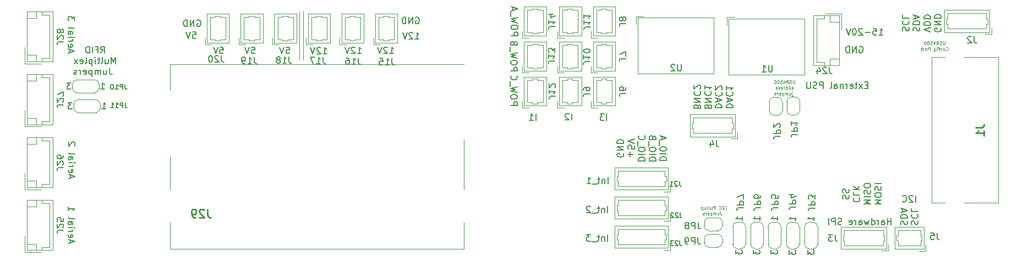
<source format=gbr>
%TF.GenerationSoftware,KiCad,Pcbnew,(5.1.9)-1*%
%TF.CreationDate,2021-05-21T14:20:41+01:00*%
%TF.ProjectId,BreakoutV1.0_,42726561-6b6f-4757-9456-312e305f2e6b,rev?*%
%TF.SameCoordinates,Original*%
%TF.FileFunction,Legend,Bot*%
%TF.FilePolarity,Positive*%
%FSLAX46Y46*%
G04 Gerber Fmt 4.6, Leading zero omitted, Abs format (unit mm)*
G04 Created by KiCad (PCBNEW (5.1.9)-1) date 2021-05-21 14:20:41*
%MOMM*%
%LPD*%
G01*
G04 APERTURE LIST*
%ADD10C,0.150000*%
%ADD11C,0.125000*%
%ADD12C,0.120000*%
%ADD13C,0.100000*%
%ADD14C,0.254000*%
G04 APERTURE END LIST*
D10*
X55063093Y-23075234D02*
X55063093Y-22599043D01*
X54777379Y-23170472D02*
X55777379Y-22837139D01*
X54777379Y-22503805D01*
X54824998Y-21789520D02*
X54777379Y-21884758D01*
X54777379Y-22075234D01*
X54824998Y-22170472D01*
X54920236Y-22218091D01*
X55301188Y-22218091D01*
X55396426Y-22170472D01*
X55444045Y-22075234D01*
X55444045Y-21884758D01*
X55396426Y-21789520D01*
X55301188Y-21741900D01*
X55205950Y-21741900D01*
X55110712Y-22218091D01*
X54777379Y-21313329D02*
X55444045Y-21313329D01*
X55253569Y-21313329D02*
X55348807Y-21265710D01*
X55396426Y-21218091D01*
X55444045Y-21122853D01*
X55444045Y-21027615D01*
X54777379Y-20694281D02*
X55444045Y-20694281D01*
X55777379Y-20694281D02*
X55729760Y-20741900D01*
X55682140Y-20694281D01*
X55729760Y-20646662D01*
X55777379Y-20694281D01*
X55682140Y-20694281D01*
X54777379Y-19789520D02*
X55301188Y-19789520D01*
X55396426Y-19837139D01*
X55444045Y-19932377D01*
X55444045Y-20122853D01*
X55396426Y-20218091D01*
X54824998Y-19789520D02*
X54777379Y-19884758D01*
X54777379Y-20122853D01*
X54824998Y-20218091D01*
X54920236Y-20265710D01*
X55015474Y-20265710D01*
X55110712Y-20218091D01*
X55158331Y-20122853D01*
X55158331Y-19884758D01*
X55205950Y-19789520D01*
X54777379Y-19170472D02*
X54824998Y-19265710D01*
X54920236Y-19313329D01*
X55777379Y-19313329D01*
X55777379Y-18122853D02*
X55777379Y-17503805D01*
X55396426Y-17837139D01*
X55396426Y-17694281D01*
X55348807Y-17599043D01*
X55301188Y-17551424D01*
X55205950Y-17503805D01*
X54967855Y-17503805D01*
X54872617Y-17551424D01*
X54824998Y-17599043D01*
X54777379Y-17694281D01*
X54777379Y-17979996D01*
X54824998Y-18075234D01*
X54872617Y-18122853D01*
X55139293Y-42419874D02*
X55139293Y-41943683D01*
X54853579Y-42515112D02*
X55853579Y-42181779D01*
X54853579Y-41848445D01*
X54901198Y-41134160D02*
X54853579Y-41229398D01*
X54853579Y-41419874D01*
X54901198Y-41515112D01*
X54996436Y-41562731D01*
X55377388Y-41562731D01*
X55472626Y-41515112D01*
X55520245Y-41419874D01*
X55520245Y-41229398D01*
X55472626Y-41134160D01*
X55377388Y-41086540D01*
X55282150Y-41086540D01*
X55186912Y-41562731D01*
X54853579Y-40657969D02*
X55520245Y-40657969D01*
X55329769Y-40657969D02*
X55425007Y-40610350D01*
X55472626Y-40562731D01*
X55520245Y-40467493D01*
X55520245Y-40372255D01*
X54853579Y-40038921D02*
X55520245Y-40038921D01*
X55853579Y-40038921D02*
X55805960Y-40086540D01*
X55758340Y-40038921D01*
X55805960Y-39991302D01*
X55853579Y-40038921D01*
X55758340Y-40038921D01*
X54853579Y-39134160D02*
X55377388Y-39134160D01*
X55472626Y-39181779D01*
X55520245Y-39277017D01*
X55520245Y-39467493D01*
X55472626Y-39562731D01*
X54901198Y-39134160D02*
X54853579Y-39229398D01*
X54853579Y-39467493D01*
X54901198Y-39562731D01*
X54996436Y-39610350D01*
X55091674Y-39610350D01*
X55186912Y-39562731D01*
X55234531Y-39467493D01*
X55234531Y-39229398D01*
X55282150Y-39134160D01*
X54853579Y-38515112D02*
X54901198Y-38610350D01*
X54996436Y-38657969D01*
X55853579Y-38657969D01*
X55758340Y-37419874D02*
X55805960Y-37372255D01*
X55853579Y-37277017D01*
X55853579Y-37038921D01*
X55805960Y-36943683D01*
X55758340Y-36896064D01*
X55663102Y-36848445D01*
X55567864Y-36848445D01*
X55425007Y-36896064D01*
X54853579Y-37467493D01*
X54853579Y-36848445D01*
X55101193Y-52419854D02*
X55101193Y-51943663D01*
X54815479Y-52515092D02*
X55815479Y-52181759D01*
X54815479Y-51848425D01*
X54863098Y-51134140D02*
X54815479Y-51229378D01*
X54815479Y-51419854D01*
X54863098Y-51515092D01*
X54958336Y-51562711D01*
X55339288Y-51562711D01*
X55434526Y-51515092D01*
X55482145Y-51419854D01*
X55482145Y-51229378D01*
X55434526Y-51134140D01*
X55339288Y-51086520D01*
X55244050Y-51086520D01*
X55148812Y-51562711D01*
X54815479Y-50657949D02*
X55482145Y-50657949D01*
X55291669Y-50657949D02*
X55386907Y-50610330D01*
X55434526Y-50562711D01*
X55482145Y-50467473D01*
X55482145Y-50372235D01*
X54815479Y-50038901D02*
X55482145Y-50038901D01*
X55815479Y-50038901D02*
X55767860Y-50086520D01*
X55720240Y-50038901D01*
X55767860Y-49991282D01*
X55815479Y-50038901D01*
X55720240Y-50038901D01*
X54815479Y-49134140D02*
X55339288Y-49134140D01*
X55434526Y-49181759D01*
X55482145Y-49276997D01*
X55482145Y-49467473D01*
X55434526Y-49562711D01*
X54863098Y-49134140D02*
X54815479Y-49229378D01*
X54815479Y-49467473D01*
X54863098Y-49562711D01*
X54958336Y-49610330D01*
X55053574Y-49610330D01*
X55148812Y-49562711D01*
X55196431Y-49467473D01*
X55196431Y-49229378D01*
X55244050Y-49134140D01*
X54815479Y-48515092D02*
X54863098Y-48610330D01*
X54958336Y-48657949D01*
X55815479Y-48657949D01*
X54815479Y-46848425D02*
X54815479Y-47419854D01*
X54815479Y-47134140D02*
X55815479Y-47134140D01*
X55672621Y-47229378D01*
X55577383Y-47324616D01*
X55529764Y-47419854D01*
X185164290Y-46096180D02*
X185164290Y-45096180D01*
X184735719Y-45191419D02*
X184688100Y-45143800D01*
X184592861Y-45096180D01*
X184354766Y-45096180D01*
X184259528Y-45143800D01*
X184211909Y-45191419D01*
X184164290Y-45286657D01*
X184164290Y-45381895D01*
X184211909Y-45524752D01*
X184783338Y-46096180D01*
X184164290Y-46096180D01*
X183164290Y-46000942D02*
X183211909Y-46048561D01*
X183354766Y-46096180D01*
X183450004Y-46096180D01*
X183592861Y-46048561D01*
X183688100Y-45953323D01*
X183735719Y-45858085D01*
X183783338Y-45667609D01*
X183783338Y-45524752D01*
X183735719Y-45334276D01*
X183688100Y-45239038D01*
X183592861Y-45143800D01*
X183450004Y-45096180D01*
X183354766Y-45096180D01*
X183211909Y-45143800D01*
X183164290Y-45191419D01*
X184582938Y-49564776D02*
X184535319Y-49421919D01*
X184535319Y-49183823D01*
X184582938Y-49088585D01*
X184630557Y-49040966D01*
X184725795Y-48993347D01*
X184821033Y-48993347D01*
X184916271Y-49040966D01*
X184963890Y-49088585D01*
X185011509Y-49183823D01*
X185059128Y-49374300D01*
X185106747Y-49469538D01*
X185154366Y-49517157D01*
X185249604Y-49564776D01*
X185344842Y-49564776D01*
X185440080Y-49517157D01*
X185487700Y-49469538D01*
X185535319Y-49374300D01*
X185535319Y-49136204D01*
X185487700Y-48993347D01*
X184630557Y-47993347D02*
X184582938Y-48040966D01*
X184535319Y-48183823D01*
X184535319Y-48279061D01*
X184582938Y-48421919D01*
X184678176Y-48517157D01*
X184773414Y-48564776D01*
X184963890Y-48612395D01*
X185106747Y-48612395D01*
X185297223Y-48564776D01*
X185392461Y-48517157D01*
X185487700Y-48421919D01*
X185535319Y-48279061D01*
X185535319Y-48183823D01*
X185487700Y-48040966D01*
X185440080Y-47993347D01*
X184535319Y-47088585D02*
X184535319Y-47564776D01*
X185535319Y-47564776D01*
X182932938Y-49588585D02*
X182885319Y-49445728D01*
X182885319Y-49207633D01*
X182932938Y-49112395D01*
X182980557Y-49064776D01*
X183075795Y-49017157D01*
X183171033Y-49017157D01*
X183266271Y-49064776D01*
X183313890Y-49112395D01*
X183361509Y-49207633D01*
X183409128Y-49398109D01*
X183456747Y-49493347D01*
X183504366Y-49540966D01*
X183599604Y-49588585D01*
X183694842Y-49588585D01*
X183790080Y-49540966D01*
X183837700Y-49493347D01*
X183885319Y-49398109D01*
X183885319Y-49160014D01*
X183837700Y-49017157D01*
X182885319Y-48588585D02*
X183885319Y-48588585D01*
X183885319Y-48350490D01*
X183837700Y-48207633D01*
X183742461Y-48112395D01*
X183647223Y-48064776D01*
X183456747Y-48017157D01*
X183313890Y-48017157D01*
X183123414Y-48064776D01*
X183028176Y-48112395D01*
X182932938Y-48207633D01*
X182885319Y-48350490D01*
X182885319Y-48588585D01*
X183171033Y-47636204D02*
X183171033Y-47160014D01*
X182885319Y-47731442D02*
X183885319Y-47398109D01*
X182885319Y-47064776D01*
X181415723Y-49601380D02*
X181415723Y-48601380D01*
X181415723Y-49077571D02*
X180844295Y-49077571D01*
X180844295Y-49601380D02*
X180844295Y-48601380D01*
X179939533Y-49601380D02*
X179939533Y-49077571D01*
X179987152Y-48982333D01*
X180082390Y-48934714D01*
X180272866Y-48934714D01*
X180368104Y-48982333D01*
X179939533Y-49553761D02*
X180034771Y-49601380D01*
X180272866Y-49601380D01*
X180368104Y-49553761D01*
X180415723Y-49458523D01*
X180415723Y-49363285D01*
X180368104Y-49268047D01*
X180272866Y-49220428D01*
X180034771Y-49220428D01*
X179939533Y-49172809D01*
X179463342Y-49601380D02*
X179463342Y-48934714D01*
X179463342Y-49125190D02*
X179415723Y-49029952D01*
X179368104Y-48982333D01*
X179272866Y-48934714D01*
X179177628Y-48934714D01*
X178415723Y-49601380D02*
X178415723Y-48601380D01*
X178415723Y-49553761D02*
X178510961Y-49601380D01*
X178701438Y-49601380D01*
X178796676Y-49553761D01*
X178844295Y-49506142D01*
X178891914Y-49410904D01*
X178891914Y-49125190D01*
X178844295Y-49029952D01*
X178796676Y-48982333D01*
X178701438Y-48934714D01*
X178510961Y-48934714D01*
X178415723Y-48982333D01*
X178034771Y-48934714D02*
X177844295Y-49601380D01*
X177653819Y-49125190D01*
X177463342Y-49601380D01*
X177272866Y-48934714D01*
X176463342Y-49601380D02*
X176463342Y-49077571D01*
X176510961Y-48982333D01*
X176606200Y-48934714D01*
X176796676Y-48934714D01*
X176891914Y-48982333D01*
X176463342Y-49553761D02*
X176558580Y-49601380D01*
X176796676Y-49601380D01*
X176891914Y-49553761D01*
X176939533Y-49458523D01*
X176939533Y-49363285D01*
X176891914Y-49268047D01*
X176796676Y-49220428D01*
X176558580Y-49220428D01*
X176463342Y-49172809D01*
X175987152Y-49601380D02*
X175987152Y-48934714D01*
X175987152Y-49125190D02*
X175939533Y-49029952D01*
X175891914Y-48982333D01*
X175796676Y-48934714D01*
X175701438Y-48934714D01*
X174987152Y-49553761D02*
X175082390Y-49601380D01*
X175272866Y-49601380D01*
X175368104Y-49553761D01*
X175415723Y-49458523D01*
X175415723Y-49077571D01*
X175368104Y-48982333D01*
X175272866Y-48934714D01*
X175082390Y-48934714D01*
X174987152Y-48982333D01*
X174939533Y-49077571D01*
X174939533Y-49172809D01*
X175415723Y-49268047D01*
X173796676Y-49553761D02*
X173653819Y-49601380D01*
X173415723Y-49601380D01*
X173320485Y-49553761D01*
X173272866Y-49506142D01*
X173225247Y-49410904D01*
X173225247Y-49315666D01*
X173272866Y-49220428D01*
X173320485Y-49172809D01*
X173415723Y-49125190D01*
X173606200Y-49077571D01*
X173701438Y-49029952D01*
X173749057Y-48982333D01*
X173796676Y-48887095D01*
X173796676Y-48791857D01*
X173749057Y-48696619D01*
X173701438Y-48649000D01*
X173606200Y-48601380D01*
X173368104Y-48601380D01*
X173225247Y-48649000D01*
X172796676Y-49601380D02*
X172796676Y-48601380D01*
X172415723Y-48601380D01*
X172320485Y-48649000D01*
X172272866Y-48696619D01*
X172225247Y-48791857D01*
X172225247Y-48934714D01*
X172272866Y-49029952D01*
X172320485Y-49077571D01*
X172415723Y-49125190D01*
X172796676Y-49125190D01*
X171796676Y-49601380D02*
X171796676Y-48601380D01*
X177791476Y-28071771D02*
X177458142Y-28071771D01*
X177315285Y-28595580D02*
X177791476Y-28595580D01*
X177791476Y-27595580D01*
X177315285Y-27595580D01*
X176981952Y-28595580D02*
X176458142Y-27928914D01*
X176981952Y-27928914D02*
X176458142Y-28595580D01*
X176220047Y-27928914D02*
X175839095Y-27928914D01*
X176077190Y-27595580D02*
X176077190Y-28452723D01*
X176029571Y-28547961D01*
X175934333Y-28595580D01*
X175839095Y-28595580D01*
X175124809Y-28547961D02*
X175220047Y-28595580D01*
X175410523Y-28595580D01*
X175505761Y-28547961D01*
X175553380Y-28452723D01*
X175553380Y-28071771D01*
X175505761Y-27976533D01*
X175410523Y-27928914D01*
X175220047Y-27928914D01*
X175124809Y-27976533D01*
X175077190Y-28071771D01*
X175077190Y-28167009D01*
X175553380Y-28262247D01*
X174648619Y-28595580D02*
X174648619Y-27928914D01*
X174648619Y-28119390D02*
X174601000Y-28024152D01*
X174553380Y-27976533D01*
X174458142Y-27928914D01*
X174362904Y-27928914D01*
X174029571Y-27928914D02*
X174029571Y-28595580D01*
X174029571Y-28024152D02*
X173981952Y-27976533D01*
X173886714Y-27928914D01*
X173743857Y-27928914D01*
X173648619Y-27976533D01*
X173601000Y-28071771D01*
X173601000Y-28595580D01*
X172696238Y-28595580D02*
X172696238Y-28071771D01*
X172743857Y-27976533D01*
X172839095Y-27928914D01*
X173029571Y-27928914D01*
X173124809Y-27976533D01*
X172696238Y-28547961D02*
X172791476Y-28595580D01*
X173029571Y-28595580D01*
X173124809Y-28547961D01*
X173172428Y-28452723D01*
X173172428Y-28357485D01*
X173124809Y-28262247D01*
X173029571Y-28214628D01*
X172791476Y-28214628D01*
X172696238Y-28167009D01*
X172077190Y-28595580D02*
X172172428Y-28547961D01*
X172220047Y-28452723D01*
X172220047Y-27595580D01*
X170934333Y-28595580D02*
X170934333Y-27595580D01*
X170553380Y-27595580D01*
X170458142Y-27643200D01*
X170410523Y-27690819D01*
X170362904Y-27786057D01*
X170362904Y-27928914D01*
X170410523Y-28024152D01*
X170458142Y-28071771D01*
X170553380Y-28119390D01*
X170934333Y-28119390D01*
X169981952Y-28547961D02*
X169839095Y-28595580D01*
X169601000Y-28595580D01*
X169505761Y-28547961D01*
X169458142Y-28500342D01*
X169410523Y-28405104D01*
X169410523Y-28309866D01*
X169458142Y-28214628D01*
X169505761Y-28167009D01*
X169601000Y-28119390D01*
X169791476Y-28071771D01*
X169886714Y-28024152D01*
X169934333Y-27976533D01*
X169981952Y-27881295D01*
X169981952Y-27786057D01*
X169934333Y-27690819D01*
X169886714Y-27643200D01*
X169791476Y-27595580D01*
X169553380Y-27595580D01*
X169410523Y-27643200D01*
X168981952Y-27595580D02*
X168981952Y-28405104D01*
X168934333Y-28500342D01*
X168886714Y-28547961D01*
X168791476Y-28595580D01*
X168601000Y-28595580D01*
X168505761Y-28547961D01*
X168458142Y-28500342D01*
X168410523Y-28405104D01*
X168410523Y-27595580D01*
D11*
X189670333Y-21348590D02*
X189670333Y-21753352D01*
X189646523Y-21800971D01*
X189622714Y-21824780D01*
X189575095Y-21848590D01*
X189479857Y-21848590D01*
X189432238Y-21824780D01*
X189408428Y-21800971D01*
X189384619Y-21753352D01*
X189384619Y-21348590D01*
X189170333Y-21824780D02*
X189098904Y-21848590D01*
X188979857Y-21848590D01*
X188932238Y-21824780D01*
X188908428Y-21800971D01*
X188884619Y-21753352D01*
X188884619Y-21705733D01*
X188908428Y-21658114D01*
X188932238Y-21634304D01*
X188979857Y-21610495D01*
X189075095Y-21586685D01*
X189122714Y-21562876D01*
X189146523Y-21539066D01*
X189170333Y-21491447D01*
X189170333Y-21443828D01*
X189146523Y-21396209D01*
X189122714Y-21372400D01*
X189075095Y-21348590D01*
X188956047Y-21348590D01*
X188884619Y-21372400D01*
X188503666Y-21586685D02*
X188432238Y-21610495D01*
X188408428Y-21634304D01*
X188384619Y-21681923D01*
X188384619Y-21753352D01*
X188408428Y-21800971D01*
X188432238Y-21824780D01*
X188479857Y-21848590D01*
X188670333Y-21848590D01*
X188670333Y-21348590D01*
X188503666Y-21348590D01*
X188456047Y-21372400D01*
X188432238Y-21396209D01*
X188408428Y-21443828D01*
X188408428Y-21491447D01*
X188432238Y-21539066D01*
X188456047Y-21562876D01*
X188503666Y-21586685D01*
X188670333Y-21586685D01*
X187956047Y-21515257D02*
X187956047Y-21848590D01*
X188075095Y-21324780D02*
X188194142Y-21681923D01*
X187884619Y-21681923D01*
X187456047Y-21348590D02*
X187694142Y-21348590D01*
X187717952Y-21586685D01*
X187694142Y-21562876D01*
X187646523Y-21539066D01*
X187527476Y-21539066D01*
X187479857Y-21562876D01*
X187456047Y-21586685D01*
X187432238Y-21634304D01*
X187432238Y-21753352D01*
X187456047Y-21800971D01*
X187479857Y-21824780D01*
X187527476Y-21848590D01*
X187646523Y-21848590D01*
X187694142Y-21824780D01*
X187717952Y-21800971D01*
X187122714Y-21348590D02*
X187075095Y-21348590D01*
X187027476Y-21372400D01*
X187003666Y-21396209D01*
X186979857Y-21443828D01*
X186956047Y-21539066D01*
X186956047Y-21658114D01*
X186979857Y-21753352D01*
X187003666Y-21800971D01*
X187027476Y-21824780D01*
X187075095Y-21848590D01*
X187122714Y-21848590D01*
X187170333Y-21824780D01*
X187194142Y-21800971D01*
X187217952Y-21753352D01*
X187241761Y-21658114D01*
X187241761Y-21539066D01*
X187217952Y-21443828D01*
X187194142Y-21396209D01*
X187170333Y-21372400D01*
X187122714Y-21348590D01*
X186646523Y-21348590D02*
X186598904Y-21348590D01*
X186551285Y-21372400D01*
X186527476Y-21396209D01*
X186503666Y-21443828D01*
X186479857Y-21539066D01*
X186479857Y-21658114D01*
X186503666Y-21753352D01*
X186527476Y-21800971D01*
X186551285Y-21824780D01*
X186598904Y-21848590D01*
X186646523Y-21848590D01*
X186694142Y-21824780D01*
X186717952Y-21800971D01*
X186741761Y-21753352D01*
X186765571Y-21658114D01*
X186765571Y-21539066D01*
X186741761Y-21443828D01*
X186717952Y-21396209D01*
X186694142Y-21372400D01*
X186646523Y-21348590D01*
X189837000Y-22675971D02*
X189860809Y-22699780D01*
X189932238Y-22723590D01*
X189979857Y-22723590D01*
X190051285Y-22699780D01*
X190098904Y-22652161D01*
X190122714Y-22604542D01*
X190146523Y-22509304D01*
X190146523Y-22437876D01*
X190122714Y-22342638D01*
X190098904Y-22295019D01*
X190051285Y-22247400D01*
X189979857Y-22223590D01*
X189932238Y-22223590D01*
X189860809Y-22247400D01*
X189837000Y-22271209D01*
X189551285Y-22723590D02*
X189598904Y-22699780D01*
X189622714Y-22675971D01*
X189646523Y-22628352D01*
X189646523Y-22485495D01*
X189622714Y-22437876D01*
X189598904Y-22414066D01*
X189551285Y-22390257D01*
X189479857Y-22390257D01*
X189432238Y-22414066D01*
X189408428Y-22437876D01*
X189384619Y-22485495D01*
X189384619Y-22628352D01*
X189408428Y-22675971D01*
X189432238Y-22699780D01*
X189479857Y-22723590D01*
X189551285Y-22723590D01*
X189170333Y-22390257D02*
X189170333Y-22723590D01*
X189170333Y-22437876D02*
X189146523Y-22414066D01*
X189098904Y-22390257D01*
X189027476Y-22390257D01*
X188979857Y-22414066D01*
X188956047Y-22461685D01*
X188956047Y-22723590D01*
X188789380Y-22390257D02*
X188598904Y-22390257D01*
X188717952Y-22723590D02*
X188717952Y-22295019D01*
X188694142Y-22247400D01*
X188646523Y-22223590D01*
X188598904Y-22223590D01*
X188432238Y-22723590D02*
X188432238Y-22390257D01*
X188432238Y-22223590D02*
X188456047Y-22247400D01*
X188432238Y-22271209D01*
X188408428Y-22247400D01*
X188432238Y-22223590D01*
X188432238Y-22271209D01*
X187979857Y-22390257D02*
X187979857Y-22795019D01*
X188003666Y-22842638D01*
X188027476Y-22866447D01*
X188075095Y-22890257D01*
X188146523Y-22890257D01*
X188194142Y-22866447D01*
X187979857Y-22699780D02*
X188027476Y-22723590D01*
X188122714Y-22723590D01*
X188170333Y-22699780D01*
X188194142Y-22675971D01*
X188217952Y-22628352D01*
X188217952Y-22485495D01*
X188194142Y-22437876D01*
X188170333Y-22414066D01*
X188122714Y-22390257D01*
X188027476Y-22390257D01*
X187979857Y-22414066D01*
X187360809Y-22723590D02*
X187360809Y-22223590D01*
X187170333Y-22223590D01*
X187122714Y-22247400D01*
X187098904Y-22271209D01*
X187075095Y-22318828D01*
X187075095Y-22390257D01*
X187098904Y-22437876D01*
X187122714Y-22461685D01*
X187170333Y-22485495D01*
X187360809Y-22485495D01*
X186789380Y-22723590D02*
X186837000Y-22699780D01*
X186860809Y-22675971D01*
X186884619Y-22628352D01*
X186884619Y-22485495D01*
X186860809Y-22437876D01*
X186837000Y-22414066D01*
X186789380Y-22390257D01*
X186717952Y-22390257D01*
X186670333Y-22414066D01*
X186646523Y-22437876D01*
X186622714Y-22485495D01*
X186622714Y-22628352D01*
X186646523Y-22675971D01*
X186670333Y-22699780D01*
X186717952Y-22723590D01*
X186789380Y-22723590D01*
X186408428Y-22723590D02*
X186408428Y-22390257D01*
X186408428Y-22485495D02*
X186384619Y-22437876D01*
X186360809Y-22414066D01*
X186313190Y-22390257D01*
X186265571Y-22390257D01*
X186170333Y-22390257D02*
X185979857Y-22390257D01*
X186098904Y-22223590D02*
X186098904Y-22652161D01*
X186075095Y-22699780D01*
X186027476Y-22723590D01*
X185979857Y-22723590D01*
X166594409Y-27337290D02*
X166594409Y-27742052D01*
X166570600Y-27789671D01*
X166546790Y-27813480D01*
X166499171Y-27837290D01*
X166403933Y-27837290D01*
X166356314Y-27813480D01*
X166332504Y-27789671D01*
X166308695Y-27742052D01*
X166308695Y-27337290D01*
X166094409Y-27813480D02*
X166022980Y-27837290D01*
X165903933Y-27837290D01*
X165856314Y-27813480D01*
X165832504Y-27789671D01*
X165808695Y-27742052D01*
X165808695Y-27694433D01*
X165832504Y-27646814D01*
X165856314Y-27623004D01*
X165903933Y-27599195D01*
X165999171Y-27575385D01*
X166046790Y-27551576D01*
X166070600Y-27527766D01*
X166094409Y-27480147D01*
X166094409Y-27432528D01*
X166070600Y-27384909D01*
X166046790Y-27361100D01*
X165999171Y-27337290D01*
X165880123Y-27337290D01*
X165808695Y-27361100D01*
X165427742Y-27575385D02*
X165356314Y-27599195D01*
X165332504Y-27623004D01*
X165308695Y-27670623D01*
X165308695Y-27742052D01*
X165332504Y-27789671D01*
X165356314Y-27813480D01*
X165403933Y-27837290D01*
X165594409Y-27837290D01*
X165594409Y-27337290D01*
X165427742Y-27337290D01*
X165380123Y-27361100D01*
X165356314Y-27384909D01*
X165332504Y-27432528D01*
X165332504Y-27480147D01*
X165356314Y-27527766D01*
X165380123Y-27551576D01*
X165427742Y-27575385D01*
X165594409Y-27575385D01*
X164880123Y-27503957D02*
X164880123Y-27837290D01*
X164999171Y-27313480D02*
X165118219Y-27670623D01*
X164808695Y-27670623D01*
X164380123Y-27337290D02*
X164618219Y-27337290D01*
X164642028Y-27575385D01*
X164618219Y-27551576D01*
X164570600Y-27527766D01*
X164451552Y-27527766D01*
X164403933Y-27551576D01*
X164380123Y-27575385D01*
X164356314Y-27623004D01*
X164356314Y-27742052D01*
X164380123Y-27789671D01*
X164403933Y-27813480D01*
X164451552Y-27837290D01*
X164570600Y-27837290D01*
X164618219Y-27813480D01*
X164642028Y-27789671D01*
X164046790Y-27337290D02*
X163999171Y-27337290D01*
X163951552Y-27361100D01*
X163927742Y-27384909D01*
X163903933Y-27432528D01*
X163880123Y-27527766D01*
X163880123Y-27646814D01*
X163903933Y-27742052D01*
X163927742Y-27789671D01*
X163951552Y-27813480D01*
X163999171Y-27837290D01*
X164046790Y-27837290D01*
X164094409Y-27813480D01*
X164118219Y-27789671D01*
X164142028Y-27742052D01*
X164165838Y-27646814D01*
X164165838Y-27527766D01*
X164142028Y-27432528D01*
X164118219Y-27384909D01*
X164094409Y-27361100D01*
X164046790Y-27337290D01*
X163570600Y-27337290D02*
X163522980Y-27337290D01*
X163475361Y-27361100D01*
X163451552Y-27384909D01*
X163427742Y-27432528D01*
X163403933Y-27527766D01*
X163403933Y-27646814D01*
X163427742Y-27742052D01*
X163451552Y-27789671D01*
X163475361Y-27813480D01*
X163522980Y-27837290D01*
X163570600Y-27837290D01*
X163618219Y-27813480D01*
X163642028Y-27789671D01*
X163665838Y-27742052D01*
X163689647Y-27646814D01*
X163689647Y-27527766D01*
X163665838Y-27432528D01*
X163642028Y-27384909D01*
X163618219Y-27361100D01*
X163570600Y-27337290D01*
X166130123Y-28712290D02*
X166130123Y-28450385D01*
X166153933Y-28402766D01*
X166201552Y-28378957D01*
X166296790Y-28378957D01*
X166344409Y-28402766D01*
X166130123Y-28688480D02*
X166177742Y-28712290D01*
X166296790Y-28712290D01*
X166344409Y-28688480D01*
X166368219Y-28640861D01*
X166368219Y-28593242D01*
X166344409Y-28545623D01*
X166296790Y-28521814D01*
X166177742Y-28521814D01*
X166130123Y-28498004D01*
X165677742Y-28712290D02*
X165677742Y-28212290D01*
X165677742Y-28688480D02*
X165725361Y-28712290D01*
X165820600Y-28712290D01*
X165868219Y-28688480D01*
X165892028Y-28664671D01*
X165915838Y-28617052D01*
X165915838Y-28474195D01*
X165892028Y-28426576D01*
X165868219Y-28402766D01*
X165820600Y-28378957D01*
X165725361Y-28378957D01*
X165677742Y-28402766D01*
X165225361Y-28712290D02*
X165225361Y-28212290D01*
X165225361Y-28688480D02*
X165272980Y-28712290D01*
X165368219Y-28712290D01*
X165415838Y-28688480D01*
X165439647Y-28664671D01*
X165463457Y-28617052D01*
X165463457Y-28474195D01*
X165439647Y-28426576D01*
X165415838Y-28402766D01*
X165368219Y-28378957D01*
X165272980Y-28378957D01*
X165225361Y-28402766D01*
X164987266Y-28712290D02*
X164987266Y-28378957D01*
X164987266Y-28474195D02*
X164963457Y-28426576D01*
X164939647Y-28402766D01*
X164892028Y-28378957D01*
X164844409Y-28378957D01*
X164487266Y-28688480D02*
X164534885Y-28712290D01*
X164630123Y-28712290D01*
X164677742Y-28688480D01*
X164701552Y-28640861D01*
X164701552Y-28450385D01*
X164677742Y-28402766D01*
X164630123Y-28378957D01*
X164534885Y-28378957D01*
X164487266Y-28402766D01*
X164463457Y-28450385D01*
X164463457Y-28498004D01*
X164701552Y-28545623D01*
X164272980Y-28688480D02*
X164225361Y-28712290D01*
X164130123Y-28712290D01*
X164082504Y-28688480D01*
X164058695Y-28640861D01*
X164058695Y-28617052D01*
X164082504Y-28569433D01*
X164130123Y-28545623D01*
X164201552Y-28545623D01*
X164249171Y-28521814D01*
X164272980Y-28474195D01*
X164272980Y-28450385D01*
X164249171Y-28402766D01*
X164201552Y-28378957D01*
X164130123Y-28378957D01*
X164082504Y-28402766D01*
X163868219Y-28688480D02*
X163820600Y-28712290D01*
X163725361Y-28712290D01*
X163677742Y-28688480D01*
X163653933Y-28640861D01*
X163653933Y-28617052D01*
X163677742Y-28569433D01*
X163725361Y-28545623D01*
X163796790Y-28545623D01*
X163844409Y-28521814D01*
X163868219Y-28474195D01*
X163868219Y-28450385D01*
X163844409Y-28402766D01*
X163796790Y-28378957D01*
X163725361Y-28378957D01*
X163677742Y-28402766D01*
X166177742Y-29253957D02*
X166177742Y-29682528D01*
X166201552Y-29730147D01*
X166249171Y-29753957D01*
X166272980Y-29753957D01*
X166177742Y-29087290D02*
X166201552Y-29111100D01*
X166177742Y-29134909D01*
X166153933Y-29111100D01*
X166177742Y-29087290D01*
X166177742Y-29134909D01*
X165725361Y-29253957D02*
X165725361Y-29587290D01*
X165939647Y-29253957D02*
X165939647Y-29515861D01*
X165915838Y-29563480D01*
X165868219Y-29587290D01*
X165796790Y-29587290D01*
X165749171Y-29563480D01*
X165725361Y-29539671D01*
X165487266Y-29587290D02*
X165487266Y-29253957D01*
X165487266Y-29301576D02*
X165463457Y-29277766D01*
X165415838Y-29253957D01*
X165344409Y-29253957D01*
X165296790Y-29277766D01*
X165272980Y-29325385D01*
X165272980Y-29587290D01*
X165272980Y-29325385D02*
X165249171Y-29277766D01*
X165201552Y-29253957D01*
X165130123Y-29253957D01*
X165082504Y-29277766D01*
X165058695Y-29325385D01*
X165058695Y-29587290D01*
X164820600Y-29253957D02*
X164820600Y-29753957D01*
X164820600Y-29277766D02*
X164772980Y-29253957D01*
X164677742Y-29253957D01*
X164630123Y-29277766D01*
X164606314Y-29301576D01*
X164582504Y-29349195D01*
X164582504Y-29492052D01*
X164606314Y-29539671D01*
X164630123Y-29563480D01*
X164677742Y-29587290D01*
X164772980Y-29587290D01*
X164820600Y-29563480D01*
X164177742Y-29563480D02*
X164225361Y-29587290D01*
X164320600Y-29587290D01*
X164368219Y-29563480D01*
X164392028Y-29515861D01*
X164392028Y-29325385D01*
X164368219Y-29277766D01*
X164320600Y-29253957D01*
X164225361Y-29253957D01*
X164177742Y-29277766D01*
X164153933Y-29325385D01*
X164153933Y-29373004D01*
X164392028Y-29420623D01*
X163939647Y-29587290D02*
X163939647Y-29253957D01*
X163939647Y-29349195D02*
X163915838Y-29301576D01*
X163892028Y-29277766D01*
X163844409Y-29253957D01*
X163796790Y-29253957D01*
X163653933Y-29563480D02*
X163606314Y-29587290D01*
X163511076Y-29587290D01*
X163463457Y-29563480D01*
X163439647Y-29515861D01*
X163439647Y-29492052D01*
X163463457Y-29444433D01*
X163511076Y-29420623D01*
X163582504Y-29420623D01*
X163630123Y-29396814D01*
X163653933Y-29349195D01*
X163653933Y-29325385D01*
X163630123Y-29277766D01*
X163582504Y-29253957D01*
X163511076Y-29253957D01*
X163463457Y-29277766D01*
X155945423Y-47223190D02*
X155945423Y-46723190D01*
X155731138Y-46770809D02*
X155707328Y-46747000D01*
X155659709Y-46723190D01*
X155540661Y-46723190D01*
X155493042Y-46747000D01*
X155469233Y-46770809D01*
X155445423Y-46818428D01*
X155445423Y-46866047D01*
X155469233Y-46937476D01*
X155754947Y-47223190D01*
X155445423Y-47223190D01*
X154945423Y-47175571D02*
X154969233Y-47199380D01*
X155040661Y-47223190D01*
X155088280Y-47223190D01*
X155159709Y-47199380D01*
X155207328Y-47151761D01*
X155231138Y-47104142D01*
X155254947Y-47008904D01*
X155254947Y-46937476D01*
X155231138Y-46842238D01*
X155207328Y-46794619D01*
X155159709Y-46747000D01*
X155088280Y-46723190D01*
X155040661Y-46723190D01*
X154969233Y-46747000D01*
X154945423Y-46770809D01*
X154350185Y-47223190D02*
X154350185Y-46723190D01*
X154159709Y-46723190D01*
X154112090Y-46747000D01*
X154088280Y-46770809D01*
X154064471Y-46818428D01*
X154064471Y-46889857D01*
X154088280Y-46937476D01*
X154112090Y-46961285D01*
X154159709Y-46985095D01*
X154350185Y-46985095D01*
X153635900Y-46889857D02*
X153635900Y-47223190D01*
X153850185Y-46889857D02*
X153850185Y-47151761D01*
X153826376Y-47199380D01*
X153778757Y-47223190D01*
X153707328Y-47223190D01*
X153659709Y-47199380D01*
X153635900Y-47175571D01*
X153326376Y-47223190D02*
X153373995Y-47199380D01*
X153397804Y-47151761D01*
X153397804Y-46723190D01*
X153064471Y-47223190D02*
X153112090Y-47199380D01*
X153135900Y-47151761D01*
X153135900Y-46723190D01*
X152659709Y-46889857D02*
X152659709Y-47223190D01*
X152873995Y-46889857D02*
X152873995Y-47151761D01*
X152850185Y-47199380D01*
X152802566Y-47223190D01*
X152731138Y-47223190D01*
X152683519Y-47199380D01*
X152659709Y-47175571D01*
X152421614Y-46889857D02*
X152421614Y-47389857D01*
X152421614Y-46913666D02*
X152373995Y-46889857D01*
X152278757Y-46889857D01*
X152231138Y-46913666D01*
X152207328Y-46937476D01*
X152183519Y-46985095D01*
X152183519Y-47127952D01*
X152207328Y-47175571D01*
X152231138Y-47199380D01*
X152278757Y-47223190D01*
X152373995Y-47223190D01*
X152421614Y-47199380D01*
X155171614Y-47598190D02*
X155171614Y-47955333D01*
X155195423Y-48026761D01*
X155243042Y-48074380D01*
X155314471Y-48098190D01*
X155362090Y-48098190D01*
X154719233Y-47764857D02*
X154719233Y-48098190D01*
X154933519Y-47764857D02*
X154933519Y-48026761D01*
X154909709Y-48074380D01*
X154862090Y-48098190D01*
X154790661Y-48098190D01*
X154743042Y-48074380D01*
X154719233Y-48050571D01*
X154481138Y-48098190D02*
X154481138Y-47764857D01*
X154481138Y-47812476D02*
X154457328Y-47788666D01*
X154409709Y-47764857D01*
X154338280Y-47764857D01*
X154290661Y-47788666D01*
X154266852Y-47836285D01*
X154266852Y-48098190D01*
X154266852Y-47836285D02*
X154243042Y-47788666D01*
X154195423Y-47764857D01*
X154123995Y-47764857D01*
X154076376Y-47788666D01*
X154052566Y-47836285D01*
X154052566Y-48098190D01*
X153814471Y-47764857D02*
X153814471Y-48264857D01*
X153814471Y-47788666D02*
X153766852Y-47764857D01*
X153671614Y-47764857D01*
X153623995Y-47788666D01*
X153600185Y-47812476D01*
X153576376Y-47860095D01*
X153576376Y-48002952D01*
X153600185Y-48050571D01*
X153623995Y-48074380D01*
X153671614Y-48098190D01*
X153766852Y-48098190D01*
X153814471Y-48074380D01*
X153171614Y-48074380D02*
X153219233Y-48098190D01*
X153314471Y-48098190D01*
X153362090Y-48074380D01*
X153385900Y-48026761D01*
X153385900Y-47836285D01*
X153362090Y-47788666D01*
X153314471Y-47764857D01*
X153219233Y-47764857D01*
X153171614Y-47788666D01*
X153147804Y-47836285D01*
X153147804Y-47883904D01*
X153385900Y-47931523D01*
X152933519Y-48098190D02*
X152933519Y-47764857D01*
X152933519Y-47860095D02*
X152909709Y-47812476D01*
X152885900Y-47788666D01*
X152838280Y-47764857D01*
X152790661Y-47764857D01*
X152647804Y-48074380D02*
X152600185Y-48098190D01*
X152504947Y-48098190D01*
X152457328Y-48074380D01*
X152433519Y-48026761D01*
X152433519Y-48002952D01*
X152457328Y-47955333D01*
X152504947Y-47931523D01*
X152576376Y-47931523D01*
X152623995Y-47907714D01*
X152647804Y-47860095D01*
X152647804Y-47836285D01*
X152623995Y-47788666D01*
X152576376Y-47764857D01*
X152504947Y-47764857D01*
X152457328Y-47788666D01*
D10*
X59825735Y-23145740D02*
X60159068Y-22669550D01*
X60397163Y-23145740D02*
X60397163Y-22145740D01*
X60016211Y-22145740D01*
X59920973Y-22193360D01*
X59873354Y-22240979D01*
X59825735Y-22336217D01*
X59825735Y-22479074D01*
X59873354Y-22574312D01*
X59920973Y-22621931D01*
X60016211Y-22669550D01*
X60397163Y-22669550D01*
X59063830Y-22621931D02*
X59397163Y-22621931D01*
X59397163Y-23145740D02*
X59397163Y-22145740D01*
X58920973Y-22145740D01*
X58540020Y-23145740D02*
X58540020Y-22145740D01*
X58063830Y-23145740D02*
X58063830Y-22145740D01*
X57825735Y-22145740D01*
X57682878Y-22193360D01*
X57587640Y-22288598D01*
X57540020Y-22383836D01*
X57492401Y-22574312D01*
X57492401Y-22717169D01*
X57540020Y-22907645D01*
X57587640Y-23002883D01*
X57682878Y-23098121D01*
X57825735Y-23145740D01*
X58063830Y-23145740D01*
X62087640Y-24795740D02*
X62087640Y-23795740D01*
X61754306Y-24510026D01*
X61420973Y-23795740D01*
X61420973Y-24795740D01*
X60516211Y-24129074D02*
X60516211Y-24795740D01*
X60944782Y-24129074D02*
X60944782Y-24652883D01*
X60897163Y-24748121D01*
X60801925Y-24795740D01*
X60659068Y-24795740D01*
X60563830Y-24748121D01*
X60516211Y-24700502D01*
X59897163Y-24795740D02*
X59992401Y-24748121D01*
X60040020Y-24652883D01*
X60040020Y-23795740D01*
X59659068Y-24129074D02*
X59278116Y-24129074D01*
X59516211Y-23795740D02*
X59516211Y-24652883D01*
X59468592Y-24748121D01*
X59373354Y-24795740D01*
X59278116Y-24795740D01*
X58944782Y-24795740D02*
X58944782Y-24129074D01*
X58944782Y-23795740D02*
X58992401Y-23843360D01*
X58944782Y-23890979D01*
X58897163Y-23843360D01*
X58944782Y-23795740D01*
X58944782Y-23890979D01*
X58468592Y-24129074D02*
X58468592Y-25129074D01*
X58468592Y-24176693D02*
X58373354Y-24129074D01*
X58182878Y-24129074D01*
X58087640Y-24176693D01*
X58040020Y-24224312D01*
X57992401Y-24319550D01*
X57992401Y-24605264D01*
X58040020Y-24700502D01*
X58087640Y-24748121D01*
X58182878Y-24795740D01*
X58373354Y-24795740D01*
X58468592Y-24748121D01*
X57420973Y-24795740D02*
X57516211Y-24748121D01*
X57563830Y-24652883D01*
X57563830Y-23795740D01*
X56659068Y-24748121D02*
X56754306Y-24795740D01*
X56944782Y-24795740D01*
X57040020Y-24748121D01*
X57087640Y-24652883D01*
X57087640Y-24271931D01*
X57040020Y-24176693D01*
X56944782Y-24129074D01*
X56754306Y-24129074D01*
X56659068Y-24176693D01*
X56611449Y-24271931D01*
X56611449Y-24367169D01*
X57087640Y-24462407D01*
X56278116Y-24795740D02*
X55754306Y-24129074D01*
X56278116Y-24129074D02*
X55754306Y-24795740D01*
X61159068Y-25445740D02*
X61159068Y-26160026D01*
X61206687Y-26302883D01*
X61301925Y-26398121D01*
X61444782Y-26445740D01*
X61540020Y-26445740D01*
X60254306Y-25779074D02*
X60254306Y-26445740D01*
X60682878Y-25779074D02*
X60682878Y-26302883D01*
X60635259Y-26398121D01*
X60540020Y-26445740D01*
X60397163Y-26445740D01*
X60301925Y-26398121D01*
X60254306Y-26350502D01*
X59778116Y-26445740D02*
X59778116Y-25779074D01*
X59778116Y-25874312D02*
X59730497Y-25826693D01*
X59635259Y-25779074D01*
X59492401Y-25779074D01*
X59397163Y-25826693D01*
X59349544Y-25921931D01*
X59349544Y-26445740D01*
X59349544Y-25921931D02*
X59301925Y-25826693D01*
X59206687Y-25779074D01*
X59063830Y-25779074D01*
X58968592Y-25826693D01*
X58920973Y-25921931D01*
X58920973Y-26445740D01*
X58444782Y-25779074D02*
X58444782Y-26779074D01*
X58444782Y-25826693D02*
X58349544Y-25779074D01*
X58159068Y-25779074D01*
X58063830Y-25826693D01*
X58016211Y-25874312D01*
X57968592Y-25969550D01*
X57968592Y-26255264D01*
X58016211Y-26350502D01*
X58063830Y-26398121D01*
X58159068Y-26445740D01*
X58349544Y-26445740D01*
X58444782Y-26398121D01*
X57159068Y-26398121D02*
X57254306Y-26445740D01*
X57444782Y-26445740D01*
X57540020Y-26398121D01*
X57587640Y-26302883D01*
X57587640Y-25921931D01*
X57540020Y-25826693D01*
X57444782Y-25779074D01*
X57254306Y-25779074D01*
X57159068Y-25826693D01*
X57111449Y-25921931D01*
X57111449Y-26017169D01*
X57587640Y-26112407D01*
X56682878Y-26445740D02*
X56682878Y-25779074D01*
X56682878Y-25969550D02*
X56635259Y-25874312D01*
X56587640Y-25826693D01*
X56492401Y-25779074D01*
X56397163Y-25779074D01*
X56111449Y-26398121D02*
X56016211Y-26445740D01*
X55825735Y-26445740D01*
X55730497Y-26398121D01*
X55682878Y-26302883D01*
X55682878Y-26255264D01*
X55730497Y-26160026D01*
X55825735Y-26112407D01*
X55968592Y-26112407D01*
X56063830Y-26064788D01*
X56111449Y-25969550D01*
X56111449Y-25921931D01*
X56063830Y-25826693D01*
X55968592Y-25779074D01*
X55825735Y-25779074D01*
X55730497Y-25826693D01*
X122940819Y-20454666D02*
X123940819Y-20454666D01*
X123940819Y-20073714D01*
X123893200Y-19978476D01*
X123845580Y-19930857D01*
X123750342Y-19883238D01*
X123607485Y-19883238D01*
X123512247Y-19930857D01*
X123464628Y-19978476D01*
X123417009Y-20073714D01*
X123417009Y-20454666D01*
X123940819Y-19264190D02*
X123940819Y-19073714D01*
X123893200Y-18978476D01*
X123797961Y-18883238D01*
X123607485Y-18835619D01*
X123274152Y-18835619D01*
X123083676Y-18883238D01*
X122988438Y-18978476D01*
X122940819Y-19073714D01*
X122940819Y-19264190D01*
X122988438Y-19359428D01*
X123083676Y-19454666D01*
X123274152Y-19502285D01*
X123607485Y-19502285D01*
X123797961Y-19454666D01*
X123893200Y-19359428D01*
X123940819Y-19264190D01*
X123940819Y-18502285D02*
X122940819Y-18264190D01*
X123655104Y-18073714D01*
X122940819Y-17883238D01*
X123940819Y-17645142D01*
X122845580Y-17502285D02*
X122845580Y-16740380D01*
X123226533Y-16549904D02*
X123226533Y-16073714D01*
X122940819Y-16645142D02*
X123940819Y-16311809D01*
X122940819Y-15978476D01*
X122890019Y-25910895D02*
X123890019Y-25910895D01*
X123890019Y-25529942D01*
X123842400Y-25434704D01*
X123794780Y-25387085D01*
X123699542Y-25339466D01*
X123556685Y-25339466D01*
X123461447Y-25387085D01*
X123413828Y-25434704D01*
X123366209Y-25529942D01*
X123366209Y-25910895D01*
X123890019Y-24720419D02*
X123890019Y-24529942D01*
X123842400Y-24434704D01*
X123747161Y-24339466D01*
X123556685Y-24291847D01*
X123223352Y-24291847D01*
X123032876Y-24339466D01*
X122937638Y-24434704D01*
X122890019Y-24529942D01*
X122890019Y-24720419D01*
X122937638Y-24815657D01*
X123032876Y-24910895D01*
X123223352Y-24958514D01*
X123556685Y-24958514D01*
X123747161Y-24910895D01*
X123842400Y-24815657D01*
X123890019Y-24720419D01*
X123890019Y-23958514D02*
X122890019Y-23720419D01*
X123604304Y-23529942D01*
X122890019Y-23339466D01*
X123890019Y-23101371D01*
X122794780Y-22958514D02*
X122794780Y-22196609D01*
X123413828Y-21625180D02*
X123366209Y-21482323D01*
X123318590Y-21434704D01*
X123223352Y-21387085D01*
X123080495Y-21387085D01*
X122985257Y-21434704D01*
X122937638Y-21482323D01*
X122890019Y-21577561D01*
X122890019Y-21958514D01*
X123890019Y-21958514D01*
X123890019Y-21625180D01*
X123842400Y-21529942D01*
X123794780Y-21482323D01*
X123699542Y-21434704D01*
X123604304Y-21434704D01*
X123509066Y-21482323D01*
X123461447Y-21529942D01*
X123413828Y-21625180D01*
X123413828Y-21958514D01*
X122890019Y-31194095D02*
X123890019Y-31194095D01*
X123890019Y-30813142D01*
X123842400Y-30717904D01*
X123794780Y-30670285D01*
X123699542Y-30622666D01*
X123556685Y-30622666D01*
X123461447Y-30670285D01*
X123413828Y-30717904D01*
X123366209Y-30813142D01*
X123366209Y-31194095D01*
X123890019Y-30003619D02*
X123890019Y-29813142D01*
X123842400Y-29717904D01*
X123747161Y-29622666D01*
X123556685Y-29575047D01*
X123223352Y-29575047D01*
X123032876Y-29622666D01*
X122937638Y-29717904D01*
X122890019Y-29813142D01*
X122890019Y-30003619D01*
X122937638Y-30098857D01*
X123032876Y-30194095D01*
X123223352Y-30241714D01*
X123556685Y-30241714D01*
X123747161Y-30194095D01*
X123842400Y-30098857D01*
X123890019Y-30003619D01*
X123890019Y-29241714D02*
X122890019Y-29003619D01*
X123604304Y-28813142D01*
X122890019Y-28622666D01*
X123890019Y-28384571D01*
X122794780Y-28241714D02*
X122794780Y-27479809D01*
X122985257Y-26670285D02*
X122937638Y-26717904D01*
X122890019Y-26860761D01*
X122890019Y-26956000D01*
X122937638Y-27098857D01*
X123032876Y-27194095D01*
X123128114Y-27241714D01*
X123318590Y-27289333D01*
X123461447Y-27289333D01*
X123651923Y-27241714D01*
X123747161Y-27194095D01*
X123842400Y-27098857D01*
X123890019Y-26956000D01*
X123890019Y-26860761D01*
X123842400Y-26717904D01*
X123794780Y-26670285D01*
X137636190Y-33523180D02*
X137636190Y-32523180D01*
X137255238Y-32523180D02*
X136636190Y-32523180D01*
X136969523Y-32904133D01*
X136826666Y-32904133D01*
X136731428Y-32951752D01*
X136683809Y-32999371D01*
X136636190Y-33094609D01*
X136636190Y-33332704D01*
X136683809Y-33427942D01*
X136731428Y-33475561D01*
X136826666Y-33523180D01*
X137112380Y-33523180D01*
X137207619Y-33475561D01*
X137255238Y-33427942D01*
X132251390Y-33472380D02*
X132251390Y-32472380D01*
X131822819Y-32567619D02*
X131775200Y-32520000D01*
X131679961Y-32472380D01*
X131441866Y-32472380D01*
X131346628Y-32520000D01*
X131299009Y-32567619D01*
X131251390Y-32662857D01*
X131251390Y-32758095D01*
X131299009Y-32900952D01*
X131870438Y-33472380D01*
X131251390Y-33472380D01*
X126764990Y-33523180D02*
X126764990Y-32523180D01*
X125764990Y-33523180D02*
X126336419Y-33523180D01*
X126050704Y-33523180D02*
X126050704Y-32523180D01*
X126145942Y-32666038D01*
X126241180Y-32761276D01*
X126336419Y-32808895D01*
X104276447Y-23223480D02*
X104847876Y-23223480D01*
X104562161Y-23223480D02*
X104562161Y-22223480D01*
X104657400Y-22366338D01*
X104752638Y-22461576D01*
X104847876Y-22509195D01*
X103895495Y-22318719D02*
X103847876Y-22271100D01*
X103752638Y-22223480D01*
X103514542Y-22223480D01*
X103419304Y-22271100D01*
X103371685Y-22318719D01*
X103324066Y-22413957D01*
X103324066Y-22509195D01*
X103371685Y-22652052D01*
X103943114Y-23223480D01*
X103324066Y-23223480D01*
X103038352Y-22223480D02*
X102705019Y-23223480D01*
X102371685Y-22223480D01*
X99298047Y-23223480D02*
X99869476Y-23223480D01*
X99583761Y-23223480D02*
X99583761Y-22223480D01*
X99679000Y-22366338D01*
X99774238Y-22461576D01*
X99869476Y-22509195D01*
X98917095Y-22318719D02*
X98869476Y-22271100D01*
X98774238Y-22223480D01*
X98536142Y-22223480D01*
X98440904Y-22271100D01*
X98393285Y-22318719D01*
X98345666Y-22413957D01*
X98345666Y-22509195D01*
X98393285Y-22652052D01*
X98964714Y-23223480D01*
X98345666Y-23223480D01*
X98059952Y-22223480D02*
X97726619Y-23223480D01*
X97393285Y-22223480D01*
X78155776Y-22223480D02*
X78631966Y-22223480D01*
X78679585Y-22699671D01*
X78631966Y-22652052D01*
X78536728Y-22604433D01*
X78298633Y-22604433D01*
X78203395Y-22652052D01*
X78155776Y-22699671D01*
X78108157Y-22794909D01*
X78108157Y-23033004D01*
X78155776Y-23128242D01*
X78203395Y-23175861D01*
X78298633Y-23223480D01*
X78536728Y-23223480D01*
X78631966Y-23175861D01*
X78679585Y-23128242D01*
X77822442Y-22223480D02*
X77489109Y-23223480D01*
X77155776Y-22223480D01*
X83007176Y-22223480D02*
X83483366Y-22223480D01*
X83530985Y-22699671D01*
X83483366Y-22652052D01*
X83388128Y-22604433D01*
X83150033Y-22604433D01*
X83054795Y-22652052D01*
X83007176Y-22699671D01*
X82959557Y-22794909D01*
X82959557Y-23033004D01*
X83007176Y-23128242D01*
X83054795Y-23175861D01*
X83150033Y-23223480D01*
X83388128Y-23223480D01*
X83483366Y-23175861D01*
X83530985Y-23128242D01*
X82673842Y-22223480D02*
X82340509Y-23223480D01*
X82007176Y-22223480D01*
X88353876Y-22223480D02*
X88830066Y-22223480D01*
X88877685Y-22699671D01*
X88830066Y-22652052D01*
X88734828Y-22604433D01*
X88496733Y-22604433D01*
X88401495Y-22652052D01*
X88353876Y-22699671D01*
X88306257Y-22794909D01*
X88306257Y-23033004D01*
X88353876Y-23128242D01*
X88401495Y-23175861D01*
X88496733Y-23223480D01*
X88734828Y-23223480D01*
X88830066Y-23175861D01*
X88877685Y-23128242D01*
X88020542Y-22223480D02*
X87687209Y-23223480D01*
X87353876Y-22223480D01*
X93989447Y-23261580D02*
X94560876Y-23261580D01*
X94275161Y-23261580D02*
X94275161Y-22261580D01*
X94370400Y-22404438D01*
X94465638Y-22499676D01*
X94560876Y-22547295D01*
X93608495Y-22356819D02*
X93560876Y-22309200D01*
X93465638Y-22261580D01*
X93227542Y-22261580D01*
X93132304Y-22309200D01*
X93084685Y-22356819D01*
X93037066Y-22452057D01*
X93037066Y-22547295D01*
X93084685Y-22690152D01*
X93656114Y-23261580D01*
X93037066Y-23261580D01*
X92751352Y-22261580D02*
X92418019Y-23261580D01*
X92084685Y-22261580D01*
D12*
X90919300Y-16700500D02*
X90919300Y-24218900D01*
X90373200Y-16713200D02*
X90373200Y-24231600D01*
D10*
X73952076Y-19873980D02*
X74428266Y-19873980D01*
X74475885Y-20350171D01*
X74428266Y-20302552D01*
X74333028Y-20254933D01*
X74094933Y-20254933D01*
X73999695Y-20302552D01*
X73952076Y-20350171D01*
X73904457Y-20445409D01*
X73904457Y-20683504D01*
X73952076Y-20778742D01*
X73999695Y-20826361D01*
X74094933Y-20873980D01*
X74333028Y-20873980D01*
X74428266Y-20826361D01*
X74475885Y-20778742D01*
X73618742Y-19873980D02*
X73285409Y-20873980D01*
X72952076Y-19873980D01*
X74625104Y-18092800D02*
X74720342Y-18045180D01*
X74863200Y-18045180D01*
X75006057Y-18092800D01*
X75101295Y-18188038D01*
X75148914Y-18283276D01*
X75196533Y-18473752D01*
X75196533Y-18616609D01*
X75148914Y-18807085D01*
X75101295Y-18902323D01*
X75006057Y-18997561D01*
X74863200Y-19045180D01*
X74767961Y-19045180D01*
X74625104Y-18997561D01*
X74577485Y-18949942D01*
X74577485Y-18616609D01*
X74767961Y-18616609D01*
X74148914Y-19045180D02*
X74148914Y-18045180D01*
X73577485Y-19045180D01*
X73577485Y-18045180D01*
X73101295Y-19045180D02*
X73101295Y-18045180D01*
X72863200Y-18045180D01*
X72720342Y-18092800D01*
X72625104Y-18188038D01*
X72577485Y-18283276D01*
X72529866Y-18473752D01*
X72529866Y-18616609D01*
X72577485Y-18807085D01*
X72625104Y-18902323D01*
X72720342Y-18997561D01*
X72863200Y-19045180D01*
X73101295Y-19045180D01*
X108254704Y-17686400D02*
X108349942Y-17638780D01*
X108492800Y-17638780D01*
X108635657Y-17686400D01*
X108730895Y-17781638D01*
X108778514Y-17876876D01*
X108826133Y-18067352D01*
X108826133Y-18210209D01*
X108778514Y-18400685D01*
X108730895Y-18495923D01*
X108635657Y-18591161D01*
X108492800Y-18638780D01*
X108397561Y-18638780D01*
X108254704Y-18591161D01*
X108207085Y-18543542D01*
X108207085Y-18210209D01*
X108397561Y-18210209D01*
X107778514Y-18638780D02*
X107778514Y-17638780D01*
X107207085Y-18638780D01*
X107207085Y-17638780D01*
X106730895Y-18638780D02*
X106730895Y-17638780D01*
X106492800Y-17638780D01*
X106349942Y-17686400D01*
X106254704Y-17781638D01*
X106207085Y-17876876D01*
X106159466Y-18067352D01*
X106159466Y-18210209D01*
X106207085Y-18400685D01*
X106254704Y-18495923D01*
X106349942Y-18591161D01*
X106492800Y-18638780D01*
X106730895Y-18638780D01*
X108162647Y-20975580D02*
X108734076Y-20975580D01*
X108448361Y-20975580D02*
X108448361Y-19975580D01*
X108543600Y-20118438D01*
X108638838Y-20213676D01*
X108734076Y-20261295D01*
X107781695Y-20070819D02*
X107734076Y-20023200D01*
X107638838Y-19975580D01*
X107400742Y-19975580D01*
X107305504Y-20023200D01*
X107257885Y-20070819D01*
X107210266Y-20166057D01*
X107210266Y-20261295D01*
X107257885Y-20404152D01*
X107829314Y-20975580D01*
X107210266Y-20975580D01*
X106924552Y-19975580D02*
X106591219Y-20975580D01*
X106257885Y-19975580D01*
X137790038Y-52115980D02*
X137790038Y-51115980D01*
X137313847Y-51449314D02*
X137313847Y-52115980D01*
X137313847Y-51544552D02*
X137266228Y-51496933D01*
X137170990Y-51449314D01*
X137028133Y-51449314D01*
X136932895Y-51496933D01*
X136885276Y-51592171D01*
X136885276Y-52115980D01*
X136551942Y-51449314D02*
X136170990Y-51449314D01*
X136409085Y-51115980D02*
X136409085Y-51973123D01*
X136361466Y-52068361D01*
X136266228Y-52115980D01*
X136170990Y-52115980D01*
X136075752Y-52211219D02*
X135313847Y-52211219D01*
X135170990Y-51115980D02*
X134551942Y-51115980D01*
X134885276Y-51496933D01*
X134742419Y-51496933D01*
X134647180Y-51544552D01*
X134599561Y-51592171D01*
X134551942Y-51687409D01*
X134551942Y-51925504D01*
X134599561Y-52020742D01*
X134647180Y-52068361D01*
X134742419Y-52115980D01*
X135028133Y-52115980D01*
X135123371Y-52068361D01*
X135170990Y-52020742D01*
X137790038Y-47747180D02*
X137790038Y-46747180D01*
X137313847Y-47080514D02*
X137313847Y-47747180D01*
X137313847Y-47175752D02*
X137266228Y-47128133D01*
X137170990Y-47080514D01*
X137028133Y-47080514D01*
X136932895Y-47128133D01*
X136885276Y-47223371D01*
X136885276Y-47747180D01*
X136551942Y-47080514D02*
X136170990Y-47080514D01*
X136409085Y-46747180D02*
X136409085Y-47604323D01*
X136361466Y-47699561D01*
X136266228Y-47747180D01*
X136170990Y-47747180D01*
X136075752Y-47842419D02*
X135313847Y-47842419D01*
X135123371Y-46842419D02*
X135075752Y-46794800D01*
X134980514Y-46747180D01*
X134742419Y-46747180D01*
X134647180Y-46794800D01*
X134599561Y-46842419D01*
X134551942Y-46937657D01*
X134551942Y-47032895D01*
X134599561Y-47175752D01*
X135170990Y-47747180D01*
X134551942Y-47747180D01*
X137840838Y-43276780D02*
X137840838Y-42276780D01*
X137364647Y-42610114D02*
X137364647Y-43276780D01*
X137364647Y-42705352D02*
X137317028Y-42657733D01*
X137221790Y-42610114D01*
X137078933Y-42610114D01*
X136983695Y-42657733D01*
X136936076Y-42752971D01*
X136936076Y-43276780D01*
X136602742Y-42610114D02*
X136221790Y-42610114D01*
X136459885Y-42276780D02*
X136459885Y-43133923D01*
X136412266Y-43229161D01*
X136317028Y-43276780D01*
X136221790Y-43276780D01*
X136126552Y-43372019D02*
X135364647Y-43372019D01*
X134602742Y-43276780D02*
X135174171Y-43276780D01*
X134888457Y-43276780D02*
X134888457Y-42276780D01*
X134983695Y-42419638D01*
X135078933Y-42514876D01*
X135174171Y-42562495D01*
X145849619Y-39679333D02*
X146849619Y-39679333D01*
X146849619Y-39441238D01*
X146802000Y-39298380D01*
X146706761Y-39203142D01*
X146611523Y-39155523D01*
X146421047Y-39107904D01*
X146278190Y-39107904D01*
X146087714Y-39155523D01*
X145992476Y-39203142D01*
X145897238Y-39298380D01*
X145849619Y-39441238D01*
X145849619Y-39679333D01*
X145849619Y-38679333D02*
X146849619Y-38679333D01*
X146849619Y-38012666D02*
X146849619Y-37822190D01*
X146802000Y-37726952D01*
X146706761Y-37631714D01*
X146516285Y-37584095D01*
X146182952Y-37584095D01*
X145992476Y-37631714D01*
X145897238Y-37726952D01*
X145849619Y-37822190D01*
X145849619Y-38012666D01*
X145897238Y-38107904D01*
X145992476Y-38203142D01*
X146182952Y-38250761D01*
X146516285Y-38250761D01*
X146706761Y-38203142D01*
X146802000Y-38107904D01*
X146849619Y-38012666D01*
X145754380Y-37393619D02*
X145754380Y-36631714D01*
X146135333Y-36441238D02*
X146135333Y-35965047D01*
X145849619Y-36536476D02*
X146849619Y-36203142D01*
X145849619Y-35869809D01*
X144199619Y-39750761D02*
X145199619Y-39750761D01*
X145199619Y-39512666D01*
X145152000Y-39369809D01*
X145056761Y-39274571D01*
X144961523Y-39226952D01*
X144771047Y-39179333D01*
X144628190Y-39179333D01*
X144437714Y-39226952D01*
X144342476Y-39274571D01*
X144247238Y-39369809D01*
X144199619Y-39512666D01*
X144199619Y-39750761D01*
X144199619Y-38750761D02*
X145199619Y-38750761D01*
X145199619Y-38084095D02*
X145199619Y-37893619D01*
X145152000Y-37798380D01*
X145056761Y-37703142D01*
X144866285Y-37655523D01*
X144532952Y-37655523D01*
X144342476Y-37703142D01*
X144247238Y-37798380D01*
X144199619Y-37893619D01*
X144199619Y-38084095D01*
X144247238Y-38179333D01*
X144342476Y-38274571D01*
X144532952Y-38322190D01*
X144866285Y-38322190D01*
X145056761Y-38274571D01*
X145152000Y-38179333D01*
X145199619Y-38084095D01*
X144104380Y-37465047D02*
X144104380Y-36703142D01*
X144723428Y-36131714D02*
X144675809Y-35988857D01*
X144628190Y-35941238D01*
X144532952Y-35893619D01*
X144390095Y-35893619D01*
X144294857Y-35941238D01*
X144247238Y-35988857D01*
X144199619Y-36084095D01*
X144199619Y-36465047D01*
X145199619Y-36465047D01*
X145199619Y-36131714D01*
X145152000Y-36036476D01*
X145104380Y-35988857D01*
X145009142Y-35941238D01*
X144913904Y-35941238D01*
X144818666Y-35988857D01*
X144771047Y-36036476D01*
X144723428Y-36131714D01*
X144723428Y-36465047D01*
X142549619Y-39750761D02*
X143549619Y-39750761D01*
X143549619Y-39512666D01*
X143502000Y-39369809D01*
X143406761Y-39274571D01*
X143311523Y-39226952D01*
X143121047Y-39179333D01*
X142978190Y-39179333D01*
X142787714Y-39226952D01*
X142692476Y-39274571D01*
X142597238Y-39369809D01*
X142549619Y-39512666D01*
X142549619Y-39750761D01*
X142549619Y-38750761D02*
X143549619Y-38750761D01*
X143549619Y-38084095D02*
X143549619Y-37893619D01*
X143502000Y-37798380D01*
X143406761Y-37703142D01*
X143216285Y-37655523D01*
X142882952Y-37655523D01*
X142692476Y-37703142D01*
X142597238Y-37798380D01*
X142549619Y-37893619D01*
X142549619Y-38084095D01*
X142597238Y-38179333D01*
X142692476Y-38274571D01*
X142882952Y-38322190D01*
X143216285Y-38322190D01*
X143406761Y-38274571D01*
X143502000Y-38179333D01*
X143549619Y-38084095D01*
X142454380Y-37465047D02*
X142454380Y-36703142D01*
X142644857Y-35893619D02*
X142597238Y-35941238D01*
X142549619Y-36084095D01*
X142549619Y-36179333D01*
X142597238Y-36322190D01*
X142692476Y-36417428D01*
X142787714Y-36465047D01*
X142978190Y-36512666D01*
X143121047Y-36512666D01*
X143311523Y-36465047D01*
X143406761Y-36417428D01*
X143502000Y-36322190D01*
X143549619Y-36179333D01*
X143549619Y-36084095D01*
X143502000Y-35941238D01*
X143454380Y-35893619D01*
X141280571Y-39131714D02*
X141280571Y-38369809D01*
X140899619Y-38750761D02*
X141661523Y-38750761D01*
X141899619Y-37417428D02*
X141899619Y-37893619D01*
X141423428Y-37941238D01*
X141471047Y-37893619D01*
X141518666Y-37798380D01*
X141518666Y-37560285D01*
X141471047Y-37465047D01*
X141423428Y-37417428D01*
X141328190Y-37369809D01*
X141090095Y-37369809D01*
X140994857Y-37417428D01*
X140947238Y-37465047D01*
X140899619Y-37560285D01*
X140899619Y-37798380D01*
X140947238Y-37893619D01*
X140994857Y-37941238D01*
X141899619Y-37084095D02*
X140899619Y-36750761D01*
X141899619Y-36417428D01*
X140202000Y-38607904D02*
X140249619Y-38703142D01*
X140249619Y-38846000D01*
X140202000Y-38988857D01*
X140106761Y-39084095D01*
X140011523Y-39131714D01*
X139821047Y-39179333D01*
X139678190Y-39179333D01*
X139487714Y-39131714D01*
X139392476Y-39084095D01*
X139297238Y-38988857D01*
X139249619Y-38846000D01*
X139249619Y-38750761D01*
X139297238Y-38607904D01*
X139344857Y-38560285D01*
X139678190Y-38560285D01*
X139678190Y-38750761D01*
X139249619Y-38131714D02*
X140249619Y-38131714D01*
X139249619Y-37560285D01*
X140249619Y-37560285D01*
X139249619Y-37084095D02*
X140249619Y-37084095D01*
X140249619Y-36846000D01*
X140202000Y-36703142D01*
X140106761Y-36607904D01*
X140011523Y-36560285D01*
X139821047Y-36512666D01*
X139678190Y-36512666D01*
X139487714Y-36560285D01*
X139392476Y-36607904D01*
X139297238Y-36703142D01*
X139249619Y-36846000D01*
X139249619Y-37084095D01*
X156048219Y-31587866D02*
X157048219Y-31587866D01*
X157048219Y-31349771D01*
X157000600Y-31206914D01*
X156905361Y-31111676D01*
X156810123Y-31064057D01*
X156619647Y-31016438D01*
X156476790Y-31016438D01*
X156286314Y-31064057D01*
X156191076Y-31111676D01*
X156095838Y-31206914D01*
X156048219Y-31349771D01*
X156048219Y-31587866D01*
X156333933Y-30635485D02*
X156333933Y-30159295D01*
X156048219Y-30730723D02*
X157048219Y-30397390D01*
X156048219Y-30064057D01*
X156143457Y-29159295D02*
X156095838Y-29206914D01*
X156048219Y-29349771D01*
X156048219Y-29445009D01*
X156095838Y-29587866D01*
X156191076Y-29683104D01*
X156286314Y-29730723D01*
X156476790Y-29778342D01*
X156619647Y-29778342D01*
X156810123Y-29730723D01*
X156905361Y-29683104D01*
X157000600Y-29587866D01*
X157048219Y-29445009D01*
X157048219Y-29349771D01*
X157000600Y-29206914D01*
X156952980Y-29159295D01*
X156048219Y-28206914D02*
X156048219Y-28778342D01*
X156048219Y-28492628D02*
X157048219Y-28492628D01*
X156905361Y-28587866D01*
X156810123Y-28683104D01*
X156762504Y-28778342D01*
X154398219Y-31587866D02*
X155398219Y-31587866D01*
X155398219Y-31349771D01*
X155350600Y-31206914D01*
X155255361Y-31111676D01*
X155160123Y-31064057D01*
X154969647Y-31016438D01*
X154826790Y-31016438D01*
X154636314Y-31064057D01*
X154541076Y-31111676D01*
X154445838Y-31206914D01*
X154398219Y-31349771D01*
X154398219Y-31587866D01*
X154683933Y-30635485D02*
X154683933Y-30159295D01*
X154398219Y-30730723D02*
X155398219Y-30397390D01*
X154398219Y-30064057D01*
X154493457Y-29159295D02*
X154445838Y-29206914D01*
X154398219Y-29349771D01*
X154398219Y-29445009D01*
X154445838Y-29587866D01*
X154541076Y-29683104D01*
X154636314Y-29730723D01*
X154826790Y-29778342D01*
X154969647Y-29778342D01*
X155160123Y-29730723D01*
X155255361Y-29683104D01*
X155350600Y-29587866D01*
X155398219Y-29445009D01*
X155398219Y-29349771D01*
X155350600Y-29206914D01*
X155302980Y-29159295D01*
X155302980Y-28778342D02*
X155350600Y-28730723D01*
X155398219Y-28635485D01*
X155398219Y-28397390D01*
X155350600Y-28302152D01*
X155302980Y-28254533D01*
X155207742Y-28206914D01*
X155112504Y-28206914D01*
X154969647Y-28254533D01*
X154398219Y-28825961D01*
X154398219Y-28206914D01*
X153272028Y-31349771D02*
X153224409Y-31206914D01*
X153176790Y-31159295D01*
X153081552Y-31111676D01*
X152938695Y-31111676D01*
X152843457Y-31159295D01*
X152795838Y-31206914D01*
X152748219Y-31302152D01*
X152748219Y-31683104D01*
X153748219Y-31683104D01*
X153748219Y-31349771D01*
X153700600Y-31254533D01*
X153652980Y-31206914D01*
X153557742Y-31159295D01*
X153462504Y-31159295D01*
X153367266Y-31206914D01*
X153319647Y-31254533D01*
X153272028Y-31349771D01*
X153272028Y-31683104D01*
X152748219Y-30683104D02*
X153748219Y-30683104D01*
X152748219Y-30111676D01*
X153748219Y-30111676D01*
X152843457Y-29064057D02*
X152795838Y-29111676D01*
X152748219Y-29254533D01*
X152748219Y-29349771D01*
X152795838Y-29492628D01*
X152891076Y-29587866D01*
X152986314Y-29635485D01*
X153176790Y-29683104D01*
X153319647Y-29683104D01*
X153510123Y-29635485D01*
X153605361Y-29587866D01*
X153700600Y-29492628D01*
X153748219Y-29349771D01*
X153748219Y-29254533D01*
X153700600Y-29111676D01*
X153652980Y-29064057D01*
X152748219Y-28111676D02*
X152748219Y-28683104D01*
X152748219Y-28397390D02*
X153748219Y-28397390D01*
X153605361Y-28492628D01*
X153510123Y-28587866D01*
X153462504Y-28683104D01*
X151622028Y-31349771D02*
X151574409Y-31206914D01*
X151526790Y-31159295D01*
X151431552Y-31111676D01*
X151288695Y-31111676D01*
X151193457Y-31159295D01*
X151145838Y-31206914D01*
X151098219Y-31302152D01*
X151098219Y-31683104D01*
X152098219Y-31683104D01*
X152098219Y-31349771D01*
X152050600Y-31254533D01*
X152002980Y-31206914D01*
X151907742Y-31159295D01*
X151812504Y-31159295D01*
X151717266Y-31206914D01*
X151669647Y-31254533D01*
X151622028Y-31349771D01*
X151622028Y-31683104D01*
X151098219Y-30683104D02*
X152098219Y-30683104D01*
X151098219Y-30111676D01*
X152098219Y-30111676D01*
X151193457Y-29064057D02*
X151145838Y-29111676D01*
X151098219Y-29254533D01*
X151098219Y-29349771D01*
X151145838Y-29492628D01*
X151241076Y-29587866D01*
X151336314Y-29635485D01*
X151526790Y-29683104D01*
X151669647Y-29683104D01*
X151860123Y-29635485D01*
X151955361Y-29587866D01*
X152050600Y-29492628D01*
X152098219Y-29349771D01*
X152098219Y-29254533D01*
X152050600Y-29111676D01*
X152002980Y-29064057D01*
X152002980Y-28683104D02*
X152050600Y-28635485D01*
X152098219Y-28540247D01*
X152098219Y-28302152D01*
X152050600Y-28206914D01*
X152002980Y-28159295D01*
X151907742Y-28111676D01*
X151812504Y-28111676D01*
X151669647Y-28159295D01*
X151098219Y-28730723D01*
X151098219Y-28111676D01*
X176517204Y-22156800D02*
X176612442Y-22109180D01*
X176755300Y-22109180D01*
X176898157Y-22156800D01*
X176993395Y-22252038D01*
X177041014Y-22347276D01*
X177088633Y-22537752D01*
X177088633Y-22680609D01*
X177041014Y-22871085D01*
X176993395Y-22966323D01*
X176898157Y-23061561D01*
X176755300Y-23109180D01*
X176660061Y-23109180D01*
X176517204Y-23061561D01*
X176469585Y-23013942D01*
X176469585Y-22680609D01*
X176660061Y-22680609D01*
X176041014Y-23109180D02*
X176041014Y-22109180D01*
X175469585Y-23109180D01*
X175469585Y-22109180D01*
X174993395Y-23109180D02*
X174993395Y-22109180D01*
X174755300Y-22109180D01*
X174612442Y-22156800D01*
X174517204Y-22252038D01*
X174469585Y-22347276D01*
X174421966Y-22537752D01*
X174421966Y-22680609D01*
X174469585Y-22871085D01*
X174517204Y-22966323D01*
X174612442Y-23061561D01*
X174755300Y-23109180D01*
X174993395Y-23109180D01*
X179558676Y-20353280D02*
X180130104Y-20353280D01*
X179844390Y-20353280D02*
X179844390Y-19353280D01*
X179939628Y-19496138D01*
X180034866Y-19591376D01*
X180130104Y-19638995D01*
X178653914Y-19353280D02*
X179130104Y-19353280D01*
X179177723Y-19829471D01*
X179130104Y-19781852D01*
X179034866Y-19734233D01*
X178796771Y-19734233D01*
X178701533Y-19781852D01*
X178653914Y-19829471D01*
X178606295Y-19924709D01*
X178606295Y-20162804D01*
X178653914Y-20258042D01*
X178701533Y-20305661D01*
X178796771Y-20353280D01*
X179034866Y-20353280D01*
X179130104Y-20305661D01*
X179177723Y-20258042D01*
X178177723Y-19972328D02*
X177415819Y-19972328D01*
X176987247Y-19448519D02*
X176939628Y-19400900D01*
X176844390Y-19353280D01*
X176606295Y-19353280D01*
X176511057Y-19400900D01*
X176463438Y-19448519D01*
X176415819Y-19543757D01*
X176415819Y-19638995D01*
X176463438Y-19781852D01*
X177034866Y-20353280D01*
X176415819Y-20353280D01*
X175796771Y-19353280D02*
X175701533Y-19353280D01*
X175606295Y-19400900D01*
X175558676Y-19448519D01*
X175511057Y-19543757D01*
X175463438Y-19734233D01*
X175463438Y-19972328D01*
X175511057Y-20162804D01*
X175558676Y-20258042D01*
X175606295Y-20305661D01*
X175701533Y-20353280D01*
X175796771Y-20353280D01*
X175892009Y-20305661D01*
X175939628Y-20258042D01*
X175987247Y-20162804D01*
X176034866Y-19972328D01*
X176034866Y-19734233D01*
X175987247Y-19543757D01*
X175939628Y-19448519D01*
X175892009Y-19400900D01*
X175796771Y-19353280D01*
X175177723Y-19353280D02*
X174844390Y-20353280D01*
X174511057Y-19353280D01*
X189055400Y-19303904D02*
X189103019Y-19399142D01*
X189103019Y-19542000D01*
X189055400Y-19684857D01*
X188960161Y-19780095D01*
X188864923Y-19827714D01*
X188674447Y-19875333D01*
X188531590Y-19875333D01*
X188341114Y-19827714D01*
X188245876Y-19780095D01*
X188150638Y-19684857D01*
X188103019Y-19542000D01*
X188103019Y-19446761D01*
X188150638Y-19303904D01*
X188198257Y-19256285D01*
X188531590Y-19256285D01*
X188531590Y-19446761D01*
X188103019Y-18827714D02*
X189103019Y-18827714D01*
X188103019Y-18256285D01*
X189103019Y-18256285D01*
X188103019Y-17780095D02*
X189103019Y-17780095D01*
X189103019Y-17542000D01*
X189055400Y-17399142D01*
X188960161Y-17303904D01*
X188864923Y-17256285D01*
X188674447Y-17208666D01*
X188531590Y-17208666D01*
X188341114Y-17256285D01*
X188245876Y-17303904D01*
X188150638Y-17399142D01*
X188103019Y-17542000D01*
X188103019Y-17780095D01*
X187453019Y-19875333D02*
X186453019Y-19542000D01*
X187453019Y-19208666D01*
X186453019Y-18875333D02*
X187453019Y-18875333D01*
X187453019Y-18637238D01*
X187405400Y-18494380D01*
X187310161Y-18399142D01*
X187214923Y-18351523D01*
X187024447Y-18303904D01*
X186881590Y-18303904D01*
X186691114Y-18351523D01*
X186595876Y-18399142D01*
X186500638Y-18494380D01*
X186453019Y-18637238D01*
X186453019Y-18875333D01*
X186453019Y-17875333D02*
X187453019Y-17875333D01*
X187453019Y-17637238D01*
X187405400Y-17494380D01*
X187310161Y-17399142D01*
X187214923Y-17351523D01*
X187024447Y-17303904D01*
X186881590Y-17303904D01*
X186691114Y-17351523D01*
X186595876Y-17399142D01*
X186500638Y-17494380D01*
X186453019Y-17637238D01*
X186453019Y-17875333D01*
X184850638Y-19756285D02*
X184803019Y-19613428D01*
X184803019Y-19375333D01*
X184850638Y-19280095D01*
X184898257Y-19232476D01*
X184993495Y-19184857D01*
X185088733Y-19184857D01*
X185183971Y-19232476D01*
X185231590Y-19280095D01*
X185279209Y-19375333D01*
X185326828Y-19565809D01*
X185374447Y-19661047D01*
X185422066Y-19708666D01*
X185517304Y-19756285D01*
X185612542Y-19756285D01*
X185707780Y-19708666D01*
X185755400Y-19661047D01*
X185803019Y-19565809D01*
X185803019Y-19327714D01*
X185755400Y-19184857D01*
X184803019Y-18756285D02*
X185803019Y-18756285D01*
X185803019Y-18518190D01*
X185755400Y-18375333D01*
X185660161Y-18280095D01*
X185564923Y-18232476D01*
X185374447Y-18184857D01*
X185231590Y-18184857D01*
X185041114Y-18232476D01*
X184945876Y-18280095D01*
X184850638Y-18375333D01*
X184803019Y-18518190D01*
X184803019Y-18756285D01*
X185088733Y-17803904D02*
X185088733Y-17327714D01*
X184803019Y-17899142D02*
X185803019Y-17565809D01*
X184803019Y-17232476D01*
X183200638Y-19732476D02*
X183153019Y-19589619D01*
X183153019Y-19351523D01*
X183200638Y-19256285D01*
X183248257Y-19208666D01*
X183343495Y-19161047D01*
X183438733Y-19161047D01*
X183533971Y-19208666D01*
X183581590Y-19256285D01*
X183629209Y-19351523D01*
X183676828Y-19542000D01*
X183724447Y-19637238D01*
X183772066Y-19684857D01*
X183867304Y-19732476D01*
X183962542Y-19732476D01*
X184057780Y-19684857D01*
X184105400Y-19637238D01*
X184153019Y-19542000D01*
X184153019Y-19303904D01*
X184105400Y-19161047D01*
X183248257Y-18161047D02*
X183200638Y-18208666D01*
X183153019Y-18351523D01*
X183153019Y-18446761D01*
X183200638Y-18589619D01*
X183295876Y-18684857D01*
X183391114Y-18732476D01*
X183581590Y-18780095D01*
X183724447Y-18780095D01*
X183914923Y-18732476D01*
X184010161Y-18684857D01*
X184105400Y-18589619D01*
X184153019Y-18446761D01*
X184153019Y-18351523D01*
X184105400Y-18208666D01*
X184057780Y-18161047D01*
X183153019Y-17256285D02*
X183153019Y-17732476D01*
X184153019Y-17732476D01*
X178882819Y-46427828D02*
X179882819Y-46427828D01*
X179168533Y-46094495D01*
X179882819Y-45761161D01*
X178882819Y-45761161D01*
X179882819Y-45094495D02*
X179882819Y-44904019D01*
X179835200Y-44808780D01*
X179739961Y-44713542D01*
X179549485Y-44665923D01*
X179216152Y-44665923D01*
X179025676Y-44713542D01*
X178930438Y-44808780D01*
X178882819Y-44904019D01*
X178882819Y-45094495D01*
X178930438Y-45189733D01*
X179025676Y-45284971D01*
X179216152Y-45332590D01*
X179549485Y-45332590D01*
X179739961Y-45284971D01*
X179835200Y-45189733D01*
X179882819Y-45094495D01*
X178930438Y-44284971D02*
X178882819Y-44142114D01*
X178882819Y-43904019D01*
X178930438Y-43808780D01*
X178978057Y-43761161D01*
X179073295Y-43713542D01*
X179168533Y-43713542D01*
X179263771Y-43761161D01*
X179311390Y-43808780D01*
X179359009Y-43904019D01*
X179406628Y-44094495D01*
X179454247Y-44189733D01*
X179501866Y-44237352D01*
X179597104Y-44284971D01*
X179692342Y-44284971D01*
X179787580Y-44237352D01*
X179835200Y-44189733D01*
X179882819Y-44094495D01*
X179882819Y-43856400D01*
X179835200Y-43713542D01*
X178882819Y-43284971D02*
X179882819Y-43284971D01*
X177232819Y-46427828D02*
X178232819Y-46427828D01*
X177518533Y-46094495D01*
X178232819Y-45761161D01*
X177232819Y-45761161D01*
X177232819Y-45284971D02*
X178232819Y-45284971D01*
X177280438Y-44856400D02*
X177232819Y-44713542D01*
X177232819Y-44475447D01*
X177280438Y-44380209D01*
X177328057Y-44332590D01*
X177423295Y-44284971D01*
X177518533Y-44284971D01*
X177613771Y-44332590D01*
X177661390Y-44380209D01*
X177709009Y-44475447D01*
X177756628Y-44665923D01*
X177804247Y-44761161D01*
X177851866Y-44808780D01*
X177947104Y-44856400D01*
X178042342Y-44856400D01*
X178137580Y-44808780D01*
X178185200Y-44761161D01*
X178232819Y-44665923D01*
X178232819Y-44427828D01*
X178185200Y-44284971D01*
X178232819Y-43665923D02*
X178232819Y-43475447D01*
X178185200Y-43380209D01*
X178089961Y-43284971D01*
X177899485Y-43237352D01*
X177566152Y-43237352D01*
X177375676Y-43284971D01*
X177280438Y-43380209D01*
X177232819Y-43475447D01*
X177232819Y-43665923D01*
X177280438Y-43761161D01*
X177375676Y-43856400D01*
X177566152Y-43904019D01*
X177899485Y-43904019D01*
X178089961Y-43856400D01*
X178185200Y-43761161D01*
X178232819Y-43665923D01*
X175678057Y-45451638D02*
X175630438Y-45499257D01*
X175582819Y-45642114D01*
X175582819Y-45737352D01*
X175630438Y-45880209D01*
X175725676Y-45975447D01*
X175820914Y-46023066D01*
X176011390Y-46070685D01*
X176154247Y-46070685D01*
X176344723Y-46023066D01*
X176439961Y-45975447D01*
X176535200Y-45880209D01*
X176582819Y-45737352D01*
X176582819Y-45642114D01*
X176535200Y-45499257D01*
X176487580Y-45451638D01*
X175582819Y-44546876D02*
X175582819Y-45023066D01*
X176582819Y-45023066D01*
X175582819Y-44213542D02*
X176582819Y-44213542D01*
X175582819Y-43642114D02*
X176154247Y-44070685D01*
X176582819Y-43642114D02*
X176011390Y-44213542D01*
X173980438Y-45618304D02*
X173932819Y-45475447D01*
X173932819Y-45237352D01*
X173980438Y-45142114D01*
X174028057Y-45094495D01*
X174123295Y-45046876D01*
X174218533Y-45046876D01*
X174313771Y-45094495D01*
X174361390Y-45142114D01*
X174409009Y-45237352D01*
X174456628Y-45427828D01*
X174504247Y-45523066D01*
X174551866Y-45570685D01*
X174647104Y-45618304D01*
X174742342Y-45618304D01*
X174837580Y-45570685D01*
X174885200Y-45523066D01*
X174932819Y-45427828D01*
X174932819Y-45189733D01*
X174885200Y-45046876D01*
X173980438Y-44665923D02*
X173932819Y-44523066D01*
X173932819Y-44284971D01*
X173980438Y-44189733D01*
X174028057Y-44142114D01*
X174123295Y-44094495D01*
X174218533Y-44094495D01*
X174313771Y-44142114D01*
X174361390Y-44189733D01*
X174409009Y-44284971D01*
X174456628Y-44475447D01*
X174504247Y-44570685D01*
X174551866Y-44618304D01*
X174647104Y-44665923D01*
X174742342Y-44665923D01*
X174837580Y-44618304D01*
X174885200Y-44570685D01*
X174932819Y-44475447D01*
X174932819Y-44237352D01*
X174885200Y-44094495D01*
D13*
%TO.C,J29*%
X115642660Y-24859980D02*
X70432660Y-24859980D01*
X115642660Y-36544980D02*
X115642660Y-44164980D01*
X115642660Y-49244980D02*
X115642660Y-53309980D01*
X115642660Y-53309980D02*
X70562660Y-53309980D01*
X70562660Y-53309980D02*
X70432660Y-53309980D01*
X70432660Y-53309980D02*
X70432660Y-49244980D01*
X70432660Y-44164980D02*
X70432660Y-39084980D01*
X70432660Y-28924980D02*
X70432660Y-24859980D01*
D12*
%TO.C,J5*%
X186420400Y-49922700D02*
X186420400Y-53342700D01*
X186420400Y-53342700D02*
X181950400Y-53342700D01*
X181950400Y-53342700D02*
X181950400Y-49922700D01*
X181950400Y-49922700D02*
X186420400Y-49922700D01*
X184185400Y-52832700D02*
X185910400Y-52832700D01*
X185910400Y-52832700D02*
X185910400Y-52082700D01*
X185910400Y-52082700D02*
X186110400Y-52082700D01*
X186110400Y-52082700D02*
X186110400Y-51282700D01*
X186110400Y-51282700D02*
X185910400Y-51282700D01*
X185910400Y-51282700D02*
X185910400Y-50432700D01*
X185910400Y-50432700D02*
X184185400Y-50432700D01*
X184185400Y-52832700D02*
X182460400Y-52832700D01*
X182460400Y-52832700D02*
X182460400Y-52082700D01*
X182460400Y-52082700D02*
X182260400Y-52082700D01*
X182260400Y-52082700D02*
X182260400Y-51282700D01*
X182260400Y-51282700D02*
X182460400Y-51282700D01*
X182460400Y-51282700D02*
X182460400Y-50432700D01*
X182460400Y-50432700D02*
X184185400Y-50432700D01*
X186710400Y-53632700D02*
X186710400Y-52632700D01*
X186710400Y-53632700D02*
X185710400Y-53632700D01*
%TO.C,U2*%
X142404680Y-26341520D02*
X154125680Y-26341520D01*
X142404680Y-17721520D02*
X154125680Y-17721520D01*
X142404680Y-26341520D02*
X142404680Y-17721520D01*
X154125680Y-26341520D02*
X154125680Y-17721520D01*
X142164680Y-18721520D02*
X142164680Y-17481520D01*
X142164680Y-17481520D02*
X143404680Y-17481520D01*
%TO.C,J24*%
X173755200Y-17054400D02*
X173755200Y-19554400D01*
X171255200Y-17054400D02*
X173755200Y-17054400D01*
X171955200Y-24074400D02*
X173455200Y-24074400D01*
X171955200Y-25074400D02*
X171955200Y-24074400D01*
X171955200Y-18354400D02*
X173455200Y-18354400D01*
X171955200Y-17354400D02*
X171955200Y-18354400D01*
X171145200Y-24574400D02*
X171145200Y-25074400D01*
X169935200Y-24574400D02*
X171145200Y-24574400D01*
X169935200Y-17854400D02*
X169935200Y-24574400D01*
X171145200Y-17854400D02*
X169935200Y-17854400D01*
X171145200Y-17354400D02*
X171145200Y-17854400D01*
X169435200Y-25074400D02*
X169435200Y-17354400D01*
X173455200Y-25074400D02*
X169435200Y-25074400D01*
X173455200Y-17354400D02*
X173455200Y-25074400D01*
X169435200Y-17354400D02*
X173455200Y-17354400D01*
%TO.C,J20*%
X75856500Y-21839000D02*
X75856500Y-20839000D01*
X75856500Y-21839000D02*
X76856500Y-21839000D01*
X79056500Y-17589000D02*
X79056500Y-19314000D01*
X78206500Y-17589000D02*
X79056500Y-17589000D01*
X78206500Y-17389000D02*
X78206500Y-17589000D01*
X77406500Y-17389000D02*
X78206500Y-17389000D01*
X77406500Y-17589000D02*
X77406500Y-17389000D01*
X76656500Y-17589000D02*
X77406500Y-17589000D01*
X76656500Y-19314000D02*
X76656500Y-17589000D01*
X79056500Y-21039000D02*
X79056500Y-19314000D01*
X78206500Y-21039000D02*
X79056500Y-21039000D01*
X78206500Y-21239000D02*
X78206500Y-21039000D01*
X77406500Y-21239000D02*
X78206500Y-21239000D01*
X77406500Y-21039000D02*
X77406500Y-21239000D01*
X76656500Y-21039000D02*
X77406500Y-21039000D01*
X76656500Y-19314000D02*
X76656500Y-21039000D01*
X79566500Y-17079000D02*
X79566500Y-21549000D01*
X76146500Y-17079000D02*
X79566500Y-17079000D01*
X76146500Y-21549000D02*
X76146500Y-17079000D01*
X79566500Y-21549000D02*
X76146500Y-21549000D01*
%TO.C,J16*%
X96582900Y-21839000D02*
X96582900Y-20839000D01*
X96582900Y-21839000D02*
X97582900Y-21839000D01*
X99782900Y-17589000D02*
X99782900Y-19314000D01*
X98932900Y-17589000D02*
X99782900Y-17589000D01*
X98932900Y-17389000D02*
X98932900Y-17589000D01*
X98132900Y-17389000D02*
X98932900Y-17389000D01*
X98132900Y-17589000D02*
X98132900Y-17389000D01*
X97382900Y-17589000D02*
X98132900Y-17589000D01*
X97382900Y-19314000D02*
X97382900Y-17589000D01*
X99782900Y-21039000D02*
X99782900Y-19314000D01*
X98932900Y-21039000D02*
X99782900Y-21039000D01*
X98932900Y-21239000D02*
X98932900Y-21039000D01*
X98132900Y-21239000D02*
X98932900Y-21239000D01*
X98132900Y-21039000D02*
X98132900Y-21239000D01*
X97382900Y-21039000D02*
X98132900Y-21039000D01*
X97382900Y-19314000D02*
X97382900Y-21039000D01*
X100292900Y-17079000D02*
X100292900Y-21549000D01*
X96872900Y-17079000D02*
X100292900Y-17079000D01*
X96872900Y-21549000D02*
X96872900Y-17079000D01*
X100292900Y-21549000D02*
X96872900Y-21549000D01*
%TO.C,J15*%
X101764500Y-21839000D02*
X101764500Y-20839000D01*
X101764500Y-21839000D02*
X102764500Y-21839000D01*
X104964500Y-17589000D02*
X104964500Y-19314000D01*
X104114500Y-17589000D02*
X104964500Y-17589000D01*
X104114500Y-17389000D02*
X104114500Y-17589000D01*
X103314500Y-17389000D02*
X104114500Y-17389000D01*
X103314500Y-17589000D02*
X103314500Y-17389000D01*
X102564500Y-17589000D02*
X103314500Y-17589000D01*
X102564500Y-19314000D02*
X102564500Y-17589000D01*
X104964500Y-21039000D02*
X104964500Y-19314000D01*
X104114500Y-21039000D02*
X104964500Y-21039000D01*
X104114500Y-21239000D02*
X104114500Y-21039000D01*
X103314500Y-21239000D02*
X104114500Y-21239000D01*
X103314500Y-21039000D02*
X103314500Y-21239000D01*
X102564500Y-21039000D02*
X103314500Y-21039000D01*
X102564500Y-19314000D02*
X102564500Y-21039000D01*
X105474500Y-17079000D02*
X105474500Y-21549000D01*
X102054500Y-17079000D02*
X105474500Y-17079000D01*
X102054500Y-21549000D02*
X102054500Y-17079000D01*
X105474500Y-21549000D02*
X102054500Y-21549000D01*
%TO.C,JP10*%
X59534800Y-28570200D02*
X59534800Y-27970200D01*
X56084800Y-29270200D02*
X58884800Y-29270200D01*
X55434800Y-27970200D02*
X55434800Y-28570200D01*
X58884800Y-27270200D02*
X56084800Y-27270200D01*
X59534800Y-27970200D02*
G75*
G03*
X58834800Y-27270200I-700000J0D01*
G01*
X58834800Y-29270200D02*
G75*
G03*
X59534800Y-28570200I0J700000D01*
G01*
X55434800Y-28570200D02*
G75*
G03*
X56134800Y-29270200I700000J0D01*
G01*
X56134800Y-27270200D02*
G75*
G03*
X55434800Y-27970200I0J-700000D01*
G01*
%TO.C,JP11*%
X59733400Y-31618200D02*
X59733400Y-31018200D01*
X56283400Y-32318200D02*
X59083400Y-32318200D01*
X55633400Y-31018200D02*
X55633400Y-31618200D01*
X59083400Y-30318200D02*
X56283400Y-30318200D01*
X59733400Y-31018200D02*
G75*
G03*
X59033400Y-30318200I-700000J0D01*
G01*
X59033400Y-32318200D02*
G75*
G03*
X59733400Y-31618200I0J700000D01*
G01*
X55633400Y-31618200D02*
G75*
G03*
X56333400Y-32318200I700000J0D01*
G01*
X56333400Y-30318200D02*
G75*
G03*
X55633400Y-31018200I0J-700000D01*
G01*
%TO.C,J27*%
X48113800Y-34465266D02*
X48113800Y-31965266D01*
X50613800Y-34465266D02*
X48113800Y-34465266D01*
X49913800Y-27445266D02*
X48413800Y-27445266D01*
X49913800Y-26445266D02*
X49913800Y-27445266D01*
X49913800Y-33165266D02*
X48413800Y-33165266D01*
X49913800Y-34165266D02*
X49913800Y-33165266D01*
X50723800Y-26945266D02*
X50723800Y-26445266D01*
X51933800Y-26945266D02*
X50723800Y-26945266D01*
X51933800Y-33665266D02*
X51933800Y-26945266D01*
X50723800Y-33665266D02*
X51933800Y-33665266D01*
X50723800Y-34165266D02*
X50723800Y-33665266D01*
X52433800Y-26445266D02*
X52433800Y-34165266D01*
X48413800Y-26445266D02*
X52433800Y-26445266D01*
X48413800Y-34165266D02*
X48413800Y-26445266D01*
X52433800Y-34165266D02*
X48413800Y-34165266D01*
%TO.C,J26*%
X48113800Y-44151132D02*
X48113800Y-41651132D01*
X50613800Y-44151132D02*
X48113800Y-44151132D01*
X49913800Y-37131132D02*
X48413800Y-37131132D01*
X49913800Y-36131132D02*
X49913800Y-37131132D01*
X49913800Y-42851132D02*
X48413800Y-42851132D01*
X49913800Y-43851132D02*
X49913800Y-42851132D01*
X50723800Y-36631132D02*
X50723800Y-36131132D01*
X51933800Y-36631132D02*
X50723800Y-36631132D01*
X51933800Y-43351132D02*
X51933800Y-36631132D01*
X50723800Y-43351132D02*
X51933800Y-43351132D01*
X50723800Y-43851132D02*
X50723800Y-43351132D01*
X52433800Y-36131132D02*
X52433800Y-43851132D01*
X48413800Y-36131132D02*
X52433800Y-36131132D01*
X48413800Y-43851132D02*
X48413800Y-36131132D01*
X52433800Y-43851132D02*
X48413800Y-43851132D01*
%TO.C,J4*%
X157744240Y-36307360D02*
X156744240Y-36307360D01*
X157744240Y-36307360D02*
X157744240Y-35307360D01*
X150994240Y-33107360D02*
X153969240Y-33107360D01*
X150994240Y-33957360D02*
X150994240Y-33107360D01*
X150794240Y-33957360D02*
X150994240Y-33957360D01*
X150794240Y-34757360D02*
X150794240Y-33957360D01*
X150994240Y-34757360D02*
X150794240Y-34757360D01*
X150994240Y-35507360D02*
X150994240Y-34757360D01*
X153969240Y-35507360D02*
X150994240Y-35507360D01*
X156944240Y-33107360D02*
X153969240Y-33107360D01*
X156944240Y-33957360D02*
X156944240Y-33107360D01*
X157144240Y-33957360D02*
X156944240Y-33957360D01*
X157144240Y-34757360D02*
X157144240Y-33957360D01*
X156944240Y-34757360D02*
X157144240Y-34757360D01*
X156944240Y-35507360D02*
X156944240Y-34757360D01*
X153969240Y-35507360D02*
X156944240Y-35507360D01*
X150484240Y-32597360D02*
X157454240Y-32597360D01*
X150484240Y-36017360D02*
X150484240Y-32597360D01*
X157454240Y-36017360D02*
X150484240Y-36017360D01*
X157454240Y-32597360D02*
X157454240Y-36017360D01*
%TO.C,U1*%
X156134680Y-17628840D02*
X157374680Y-17628840D01*
X156134680Y-18868840D02*
X156134680Y-17628840D01*
X168095680Y-26488840D02*
X168095680Y-17868840D01*
X156374680Y-26488840D02*
X156374680Y-17868840D01*
X156374680Y-17868840D02*
X168095680Y-17868840D01*
X156374680Y-26488840D02*
X168095680Y-26488840D01*
%TO.C,JP1*%
X167349680Y-31992800D02*
X167349680Y-30592800D01*
X166649680Y-29892800D02*
X166049680Y-29892800D01*
X165349680Y-30592800D02*
X165349680Y-31992800D01*
X166049680Y-32692800D02*
X166649680Y-32692800D01*
X166649680Y-32692800D02*
G75*
G03*
X167349680Y-31992800I0J700000D01*
G01*
X165349680Y-31992800D02*
G75*
G03*
X166049680Y-32692800I700000J0D01*
G01*
X166049680Y-29892800D02*
G75*
G03*
X165349680Y-30592800I0J-700000D01*
G01*
X167349680Y-30592800D02*
G75*
G03*
X166649680Y-29892800I-700000J0D01*
G01*
%TO.C,JP2*%
X164662360Y-32033440D02*
X164662360Y-30633440D01*
X163962360Y-29933440D02*
X163362360Y-29933440D01*
X162662360Y-30633440D02*
X162662360Y-32033440D01*
X163362360Y-32733440D02*
X163962360Y-32733440D01*
X163962360Y-32733440D02*
G75*
G03*
X164662360Y-32033440I0J700000D01*
G01*
X162662360Y-32033440D02*
G75*
G03*
X163362360Y-32733440I700000J0D01*
G01*
X163362360Y-29933440D02*
G75*
G03*
X162662360Y-30633440I0J-700000D01*
G01*
X164662360Y-30633440D02*
G75*
G03*
X163962360Y-29933440I-700000J0D01*
G01*
%TO.C,JP5*%
X162464240Y-49848360D02*
X162464240Y-52648360D01*
X163164240Y-53298360D02*
X163764240Y-53298360D01*
X164464240Y-52648360D02*
X164464240Y-49848360D01*
X163764240Y-49198360D02*
X163164240Y-49198360D01*
X163164240Y-49198360D02*
G75*
G03*
X162464240Y-49898360I0J-700000D01*
G01*
X164464240Y-49898360D02*
G75*
G03*
X163764240Y-49198360I-700000J0D01*
G01*
X163764240Y-53298360D02*
G75*
G03*
X164464240Y-52598360I0J700000D01*
G01*
X162464240Y-52598360D02*
G75*
G03*
X163164240Y-53298360I700000J0D01*
G01*
%TO.C,JP3*%
X168103040Y-49872920D02*
X168103040Y-52672920D01*
X168803040Y-53322920D02*
X169403040Y-53322920D01*
X170103040Y-52672920D02*
X170103040Y-49872920D01*
X169403040Y-49222920D02*
X168803040Y-49222920D01*
X168803040Y-49222920D02*
G75*
G03*
X168103040Y-49922920I0J-700000D01*
G01*
X170103040Y-49922920D02*
G75*
G03*
X169403040Y-49222920I-700000J0D01*
G01*
X169403040Y-53322920D02*
G75*
G03*
X170103040Y-52622920I0J700000D01*
G01*
X168103040Y-52622920D02*
G75*
G03*
X168803040Y-53322920I700000J0D01*
G01*
%TO.C,JP4*%
X165283640Y-49872920D02*
X165283640Y-52672920D01*
X165983640Y-53322920D02*
X166583640Y-53322920D01*
X167283640Y-52672920D02*
X167283640Y-49872920D01*
X166583640Y-49222920D02*
X165983640Y-49222920D01*
X165983640Y-49222920D02*
G75*
G03*
X165283640Y-49922920I0J-700000D01*
G01*
X167283640Y-49922920D02*
G75*
G03*
X166583640Y-49222920I-700000J0D01*
G01*
X166583640Y-53322920D02*
G75*
G03*
X167283640Y-52622920I0J700000D01*
G01*
X165283640Y-52622920D02*
G75*
G03*
X165983640Y-53322920I700000J0D01*
G01*
%TO.C,JP7*%
X157038800Y-49848360D02*
X157038800Y-52648360D01*
X157738800Y-53298360D02*
X158338800Y-53298360D01*
X159038800Y-52648360D02*
X159038800Y-49848360D01*
X158338800Y-49198360D02*
X157738800Y-49198360D01*
X157738800Y-49198360D02*
G75*
G03*
X157038800Y-49898360I0J-700000D01*
G01*
X159038800Y-49898360D02*
G75*
G03*
X158338800Y-49198360I-700000J0D01*
G01*
X158338800Y-53298360D02*
G75*
G03*
X159038800Y-52598360I0J700000D01*
G01*
X157038800Y-52598360D02*
G75*
G03*
X157738800Y-53298360I700000J0D01*
G01*
%TO.C,JP8*%
X153356080Y-50504600D02*
X154756080Y-50504600D01*
X155456080Y-49804600D02*
X155456080Y-49204600D01*
X154756080Y-48504600D02*
X153356080Y-48504600D01*
X152656080Y-49204600D02*
X152656080Y-49804600D01*
X152656080Y-49804600D02*
G75*
G03*
X153356080Y-50504600I700000J0D01*
G01*
X153356080Y-48504600D02*
G75*
G03*
X152656080Y-49204600I0J-700000D01*
G01*
X155456080Y-49204600D02*
G75*
G03*
X154756080Y-48504600I-700000J0D01*
G01*
X154756080Y-50504600D02*
G75*
G03*
X155456080Y-49804600I0J700000D01*
G01*
%TO.C,JP6*%
X159771840Y-49848360D02*
X159771840Y-52648360D01*
X160471840Y-53298360D02*
X161071840Y-53298360D01*
X161771840Y-52648360D02*
X161771840Y-49848360D01*
X161071840Y-49198360D02*
X160471840Y-49198360D01*
X160471840Y-49198360D02*
G75*
G03*
X159771840Y-49898360I0J-700000D01*
G01*
X161771840Y-49898360D02*
G75*
G03*
X161071840Y-49198360I-700000J0D01*
G01*
X161071840Y-53298360D02*
G75*
G03*
X161771840Y-52598360I0J700000D01*
G01*
X159771840Y-52598360D02*
G75*
G03*
X160471840Y-53298360I700000J0D01*
G01*
%TO.C,JP9*%
X153351000Y-53070000D02*
X154751000Y-53070000D01*
X155451000Y-52370000D02*
X155451000Y-51770000D01*
X154751000Y-51070000D02*
X153351000Y-51070000D01*
X152651000Y-51770000D02*
X152651000Y-52370000D01*
X152651000Y-52370000D02*
G75*
G03*
X153351000Y-53070000I700000J0D01*
G01*
X153351000Y-51070000D02*
G75*
G03*
X152651000Y-51770000I0J-700000D01*
G01*
X155451000Y-51770000D02*
G75*
G03*
X154751000Y-51070000I-700000J0D01*
G01*
X154751000Y-53070000D02*
G75*
G03*
X155451000Y-52370000I0J700000D01*
G01*
%TO.C,J28*%
X52433800Y-24479400D02*
X48413800Y-24479400D01*
X48413800Y-24479400D02*
X48413800Y-16759400D01*
X48413800Y-16759400D02*
X52433800Y-16759400D01*
X52433800Y-16759400D02*
X52433800Y-24479400D01*
X50723800Y-24479400D02*
X50723800Y-23979400D01*
X50723800Y-23979400D02*
X51933800Y-23979400D01*
X51933800Y-23979400D02*
X51933800Y-17259400D01*
X51933800Y-17259400D02*
X50723800Y-17259400D01*
X50723800Y-17259400D02*
X50723800Y-16759400D01*
X49913800Y-24479400D02*
X49913800Y-23479400D01*
X49913800Y-23479400D02*
X48413800Y-23479400D01*
X49913800Y-16759400D02*
X49913800Y-17759400D01*
X49913800Y-17759400D02*
X48413800Y-17759400D01*
X50613800Y-24779400D02*
X48113800Y-24779400D01*
X48113800Y-24779400D02*
X48113800Y-22279400D01*
%TO.C,J25*%
X52433800Y-53537000D02*
X48413800Y-53537000D01*
X48413800Y-53537000D02*
X48413800Y-45817000D01*
X48413800Y-45817000D02*
X52433800Y-45817000D01*
X52433800Y-45817000D02*
X52433800Y-53537000D01*
X50723800Y-53537000D02*
X50723800Y-53037000D01*
X50723800Y-53037000D02*
X51933800Y-53037000D01*
X51933800Y-53037000D02*
X51933800Y-46317000D01*
X51933800Y-46317000D02*
X50723800Y-46317000D01*
X50723800Y-46317000D02*
X50723800Y-45817000D01*
X49913800Y-53537000D02*
X49913800Y-52537000D01*
X49913800Y-52537000D02*
X48413800Y-52537000D01*
X49913800Y-45817000D02*
X49913800Y-46817000D01*
X49913800Y-46817000D02*
X48413800Y-46817000D01*
X50613800Y-53837000D02*
X48113800Y-53837000D01*
X48113800Y-53837000D02*
X48113800Y-51337000D01*
%TO.C,J2*%
X196845000Y-20219000D02*
X195845000Y-20219000D01*
X196845000Y-20219000D02*
X196845000Y-19219000D01*
X190095000Y-17019000D02*
X193070000Y-17019000D01*
X190095000Y-17869000D02*
X190095000Y-17019000D01*
X189895000Y-17869000D02*
X190095000Y-17869000D01*
X189895000Y-18669000D02*
X189895000Y-17869000D01*
X190095000Y-18669000D02*
X189895000Y-18669000D01*
X190095000Y-19419000D02*
X190095000Y-18669000D01*
X193070000Y-19419000D02*
X190095000Y-19419000D01*
X196045000Y-17019000D02*
X193070000Y-17019000D01*
X196045000Y-17869000D02*
X196045000Y-17019000D01*
X196245000Y-17869000D02*
X196045000Y-17869000D01*
X196245000Y-18669000D02*
X196245000Y-17869000D01*
X196045000Y-18669000D02*
X196245000Y-18669000D01*
X196045000Y-19419000D02*
X196045000Y-18669000D01*
X193070000Y-19419000D02*
X196045000Y-19419000D01*
X189585000Y-16509000D02*
X196555000Y-16509000D01*
X189585000Y-19929000D02*
X189585000Y-16509000D01*
X196555000Y-19929000D02*
X189585000Y-19929000D01*
X196555000Y-16509000D02*
X196555000Y-19929000D01*
%TO.C,J6*%
X135259480Y-31557040D02*
X135259480Y-30557040D01*
X135259480Y-31557040D02*
X136259480Y-31557040D01*
X138459480Y-27307040D02*
X138459480Y-29032040D01*
X137609480Y-27307040D02*
X138459480Y-27307040D01*
X137609480Y-27107040D02*
X137609480Y-27307040D01*
X136809480Y-27107040D02*
X137609480Y-27107040D01*
X136809480Y-27307040D02*
X136809480Y-27107040D01*
X136059480Y-27307040D02*
X136809480Y-27307040D01*
X136059480Y-29032040D02*
X136059480Y-27307040D01*
X138459480Y-30757040D02*
X138459480Y-29032040D01*
X137609480Y-30757040D02*
X138459480Y-30757040D01*
X137609480Y-30957040D02*
X137609480Y-30757040D01*
X136809480Y-30957040D02*
X137609480Y-30957040D01*
X136809480Y-30757040D02*
X136809480Y-30957040D01*
X136059480Y-30757040D02*
X136809480Y-30757040D01*
X136059480Y-29032040D02*
X136059480Y-30757040D01*
X138969480Y-26797040D02*
X138969480Y-31267040D01*
X135549480Y-26797040D02*
X138969480Y-26797040D01*
X135549480Y-31267040D02*
X135549480Y-26797040D01*
X138969480Y-31267040D02*
X135549480Y-31267040D01*
%TO.C,J7*%
X135259480Y-26192560D02*
X135259480Y-25192560D01*
X135259480Y-26192560D02*
X136259480Y-26192560D01*
X138459480Y-21942560D02*
X138459480Y-23667560D01*
X137609480Y-21942560D02*
X138459480Y-21942560D01*
X137609480Y-21742560D02*
X137609480Y-21942560D01*
X136809480Y-21742560D02*
X137609480Y-21742560D01*
X136809480Y-21942560D02*
X136809480Y-21742560D01*
X136059480Y-21942560D02*
X136809480Y-21942560D01*
X136059480Y-23667560D02*
X136059480Y-21942560D01*
X138459480Y-25392560D02*
X138459480Y-23667560D01*
X137609480Y-25392560D02*
X138459480Y-25392560D01*
X137609480Y-25592560D02*
X137609480Y-25392560D01*
X136809480Y-25592560D02*
X137609480Y-25592560D01*
X136809480Y-25392560D02*
X136809480Y-25592560D01*
X136059480Y-25392560D02*
X136809480Y-25392560D01*
X136059480Y-23667560D02*
X136059480Y-25392560D01*
X138969480Y-21432560D02*
X138969480Y-25902560D01*
X135549480Y-21432560D02*
X138969480Y-21432560D01*
X135549480Y-25902560D02*
X135549480Y-21432560D01*
X138969480Y-25902560D02*
X135549480Y-25902560D01*
%TO.C,J8*%
X135259480Y-20777280D02*
X135259480Y-19777280D01*
X135259480Y-20777280D02*
X136259480Y-20777280D01*
X138459480Y-16527280D02*
X138459480Y-18252280D01*
X137609480Y-16527280D02*
X138459480Y-16527280D01*
X137609480Y-16327280D02*
X137609480Y-16527280D01*
X136809480Y-16327280D02*
X137609480Y-16327280D01*
X136809480Y-16527280D02*
X136809480Y-16327280D01*
X136059480Y-16527280D02*
X136809480Y-16527280D01*
X136059480Y-18252280D02*
X136059480Y-16527280D01*
X138459480Y-19977280D02*
X138459480Y-18252280D01*
X137609480Y-19977280D02*
X138459480Y-19977280D01*
X137609480Y-20177280D02*
X137609480Y-19977280D01*
X136809480Y-20177280D02*
X137609480Y-20177280D01*
X136809480Y-19977280D02*
X136809480Y-20177280D01*
X136059480Y-19977280D02*
X136809480Y-19977280D01*
X136059480Y-18252280D02*
X136059480Y-19977280D01*
X138969480Y-16017280D02*
X138969480Y-20487280D01*
X135549480Y-16017280D02*
X138969480Y-16017280D01*
X135549480Y-20487280D02*
X135549480Y-16017280D01*
X138969480Y-20487280D02*
X135549480Y-20487280D01*
%TO.C,J9*%
X130047400Y-31557040D02*
X130047400Y-30557040D01*
X130047400Y-31557040D02*
X131047400Y-31557040D01*
X133247400Y-27307040D02*
X133247400Y-29032040D01*
X132397400Y-27307040D02*
X133247400Y-27307040D01*
X132397400Y-27107040D02*
X132397400Y-27307040D01*
X131597400Y-27107040D02*
X132397400Y-27107040D01*
X131597400Y-27307040D02*
X131597400Y-27107040D01*
X130847400Y-27307040D02*
X131597400Y-27307040D01*
X130847400Y-29032040D02*
X130847400Y-27307040D01*
X133247400Y-30757040D02*
X133247400Y-29032040D01*
X132397400Y-30757040D02*
X133247400Y-30757040D01*
X132397400Y-30957040D02*
X132397400Y-30757040D01*
X131597400Y-30957040D02*
X132397400Y-30957040D01*
X131597400Y-30757040D02*
X131597400Y-30957040D01*
X130847400Y-30757040D02*
X131597400Y-30757040D01*
X130847400Y-29032040D02*
X130847400Y-30757040D01*
X133757400Y-26797040D02*
X133757400Y-31267040D01*
X130337400Y-26797040D02*
X133757400Y-26797040D01*
X130337400Y-31267040D02*
X130337400Y-26797040D01*
X133757400Y-31267040D02*
X130337400Y-31267040D01*
%TO.C,J10*%
X130047400Y-26192560D02*
X130047400Y-25192560D01*
X130047400Y-26192560D02*
X131047400Y-26192560D01*
X133247400Y-21942560D02*
X133247400Y-23667560D01*
X132397400Y-21942560D02*
X133247400Y-21942560D01*
X132397400Y-21742560D02*
X132397400Y-21942560D01*
X131597400Y-21742560D02*
X132397400Y-21742560D01*
X131597400Y-21942560D02*
X131597400Y-21742560D01*
X130847400Y-21942560D02*
X131597400Y-21942560D01*
X130847400Y-23667560D02*
X130847400Y-21942560D01*
X133247400Y-25392560D02*
X133247400Y-23667560D01*
X132397400Y-25392560D02*
X133247400Y-25392560D01*
X132397400Y-25592560D02*
X132397400Y-25392560D01*
X131597400Y-25592560D02*
X132397400Y-25592560D01*
X131597400Y-25392560D02*
X131597400Y-25592560D01*
X130847400Y-25392560D02*
X131597400Y-25392560D01*
X130847400Y-23667560D02*
X130847400Y-25392560D01*
X133757400Y-21432560D02*
X133757400Y-25902560D01*
X130337400Y-21432560D02*
X133757400Y-21432560D01*
X130337400Y-25902560D02*
X130337400Y-21432560D01*
X133757400Y-25902560D02*
X130337400Y-25902560D01*
%TO.C,J11*%
X130047400Y-20777280D02*
X130047400Y-19777280D01*
X130047400Y-20777280D02*
X131047400Y-20777280D01*
X133247400Y-16527280D02*
X133247400Y-18252280D01*
X132397400Y-16527280D02*
X133247400Y-16527280D01*
X132397400Y-16327280D02*
X132397400Y-16527280D01*
X131597400Y-16327280D02*
X132397400Y-16327280D01*
X131597400Y-16527280D02*
X131597400Y-16327280D01*
X130847400Y-16527280D02*
X131597400Y-16527280D01*
X130847400Y-18252280D02*
X130847400Y-16527280D01*
X133247400Y-19977280D02*
X133247400Y-18252280D01*
X132397400Y-19977280D02*
X133247400Y-19977280D01*
X132397400Y-20177280D02*
X132397400Y-19977280D01*
X131597400Y-20177280D02*
X132397400Y-20177280D01*
X131597400Y-19977280D02*
X131597400Y-20177280D01*
X130847400Y-19977280D02*
X131597400Y-19977280D01*
X130847400Y-18252280D02*
X130847400Y-19977280D01*
X133757400Y-16017280D02*
X133757400Y-20487280D01*
X130337400Y-16017280D02*
X133757400Y-16017280D01*
X130337400Y-20487280D02*
X130337400Y-16017280D01*
X133757400Y-20487280D02*
X130337400Y-20487280D01*
%TO.C,J12*%
X124642280Y-31557040D02*
X124642280Y-30557040D01*
X124642280Y-31557040D02*
X125642280Y-31557040D01*
X127842280Y-27307040D02*
X127842280Y-29032040D01*
X126992280Y-27307040D02*
X127842280Y-27307040D01*
X126992280Y-27107040D02*
X126992280Y-27307040D01*
X126192280Y-27107040D02*
X126992280Y-27107040D01*
X126192280Y-27307040D02*
X126192280Y-27107040D01*
X125442280Y-27307040D02*
X126192280Y-27307040D01*
X125442280Y-29032040D02*
X125442280Y-27307040D01*
X127842280Y-30757040D02*
X127842280Y-29032040D01*
X126992280Y-30757040D02*
X127842280Y-30757040D01*
X126992280Y-30957040D02*
X126992280Y-30757040D01*
X126192280Y-30957040D02*
X126992280Y-30957040D01*
X126192280Y-30757040D02*
X126192280Y-30957040D01*
X125442280Y-30757040D02*
X126192280Y-30757040D01*
X125442280Y-29032040D02*
X125442280Y-30757040D01*
X128352280Y-26797040D02*
X128352280Y-31267040D01*
X124932280Y-26797040D02*
X128352280Y-26797040D01*
X124932280Y-31267040D02*
X124932280Y-26797040D01*
X128352280Y-31267040D02*
X124932280Y-31267040D01*
%TO.C,J13*%
X128352280Y-25902560D02*
X124932280Y-25902560D01*
X124932280Y-25902560D02*
X124932280Y-21432560D01*
X124932280Y-21432560D02*
X128352280Y-21432560D01*
X128352280Y-21432560D02*
X128352280Y-25902560D01*
X125442280Y-23667560D02*
X125442280Y-25392560D01*
X125442280Y-25392560D02*
X126192280Y-25392560D01*
X126192280Y-25392560D02*
X126192280Y-25592560D01*
X126192280Y-25592560D02*
X126992280Y-25592560D01*
X126992280Y-25592560D02*
X126992280Y-25392560D01*
X126992280Y-25392560D02*
X127842280Y-25392560D01*
X127842280Y-25392560D02*
X127842280Y-23667560D01*
X125442280Y-23667560D02*
X125442280Y-21942560D01*
X125442280Y-21942560D02*
X126192280Y-21942560D01*
X126192280Y-21942560D02*
X126192280Y-21742560D01*
X126192280Y-21742560D02*
X126992280Y-21742560D01*
X126992280Y-21742560D02*
X126992280Y-21942560D01*
X126992280Y-21942560D02*
X127842280Y-21942560D01*
X127842280Y-21942560D02*
X127842280Y-23667560D01*
X124642280Y-26192560D02*
X125642280Y-26192560D01*
X124642280Y-26192560D02*
X124642280Y-25192560D01*
%TO.C,J14*%
X124642280Y-20777280D02*
X124642280Y-19777280D01*
X124642280Y-20777280D02*
X125642280Y-20777280D01*
X127842280Y-16527280D02*
X127842280Y-18252280D01*
X126992280Y-16527280D02*
X127842280Y-16527280D01*
X126992280Y-16327280D02*
X126992280Y-16527280D01*
X126192280Y-16327280D02*
X126992280Y-16327280D01*
X126192280Y-16527280D02*
X126192280Y-16327280D01*
X125442280Y-16527280D02*
X126192280Y-16527280D01*
X125442280Y-18252280D02*
X125442280Y-16527280D01*
X127842280Y-19977280D02*
X127842280Y-18252280D01*
X126992280Y-19977280D02*
X127842280Y-19977280D01*
X126992280Y-20177280D02*
X126992280Y-19977280D01*
X126192280Y-20177280D02*
X126992280Y-20177280D01*
X126192280Y-19977280D02*
X126192280Y-20177280D01*
X125442280Y-19977280D02*
X126192280Y-19977280D01*
X125442280Y-18252280D02*
X125442280Y-19977280D01*
X128352280Y-16017280D02*
X128352280Y-20487280D01*
X124932280Y-16017280D02*
X128352280Y-16017280D01*
X124932280Y-20487280D02*
X124932280Y-16017280D01*
X128352280Y-20487280D02*
X124932280Y-20487280D01*
D13*
%TO.C,J1*%
X187676960Y-46256120D02*
X189671960Y-46256120D01*
X187676960Y-23756120D02*
X187676960Y-46256120D01*
X189671960Y-23756120D02*
X187676960Y-23756120D01*
X197926960Y-46256120D02*
X192626960Y-46256120D01*
X197926960Y-23756120D02*
X197926960Y-46256120D01*
X192626960Y-23756120D02*
X197926960Y-23756120D01*
D12*
%TO.C,J17*%
X91401300Y-21839000D02*
X91401300Y-20839000D01*
X91401300Y-21839000D02*
X92401300Y-21839000D01*
X94601300Y-17589000D02*
X94601300Y-19314000D01*
X93751300Y-17589000D02*
X94601300Y-17589000D01*
X93751300Y-17389000D02*
X93751300Y-17589000D01*
X92951300Y-17389000D02*
X93751300Y-17389000D01*
X92951300Y-17589000D02*
X92951300Y-17389000D01*
X92201300Y-17589000D02*
X92951300Y-17589000D01*
X92201300Y-19314000D02*
X92201300Y-17589000D01*
X94601300Y-21039000D02*
X94601300Y-19314000D01*
X93751300Y-21039000D02*
X94601300Y-21039000D01*
X93751300Y-21239000D02*
X93751300Y-21039000D01*
X92951300Y-21239000D02*
X93751300Y-21239000D01*
X92951300Y-21039000D02*
X92951300Y-21239000D01*
X92201300Y-21039000D02*
X92951300Y-21039000D01*
X92201300Y-19314000D02*
X92201300Y-21039000D01*
X95111300Y-17079000D02*
X95111300Y-21549000D01*
X91691300Y-17079000D02*
X95111300Y-17079000D01*
X91691300Y-21549000D02*
X91691300Y-17079000D01*
X95111300Y-21549000D02*
X91691300Y-21549000D01*
%TO.C,J19*%
X81038100Y-21839000D02*
X81038100Y-20839000D01*
X81038100Y-21839000D02*
X82038100Y-21839000D01*
X84238100Y-17589000D02*
X84238100Y-19314000D01*
X83388100Y-17589000D02*
X84238100Y-17589000D01*
X83388100Y-17389000D02*
X83388100Y-17589000D01*
X82588100Y-17389000D02*
X83388100Y-17389000D01*
X82588100Y-17589000D02*
X82588100Y-17389000D01*
X81838100Y-17589000D02*
X82588100Y-17589000D01*
X81838100Y-19314000D02*
X81838100Y-17589000D01*
X84238100Y-21039000D02*
X84238100Y-19314000D01*
X83388100Y-21039000D02*
X84238100Y-21039000D01*
X83388100Y-21239000D02*
X83388100Y-21039000D01*
X82588100Y-21239000D02*
X83388100Y-21239000D01*
X82588100Y-21039000D02*
X82588100Y-21239000D01*
X81838100Y-21039000D02*
X82588100Y-21039000D01*
X81838100Y-19314000D02*
X81838100Y-21039000D01*
X84748100Y-17079000D02*
X84748100Y-21549000D01*
X81328100Y-17079000D02*
X84748100Y-17079000D01*
X81328100Y-21549000D02*
X81328100Y-17079000D01*
X84748100Y-21549000D02*
X81328100Y-21549000D01*
%TO.C,J18*%
X86219700Y-21839000D02*
X86219700Y-20839000D01*
X86219700Y-21839000D02*
X87219700Y-21839000D01*
X89419700Y-17589000D02*
X89419700Y-19314000D01*
X88569700Y-17589000D02*
X89419700Y-17589000D01*
X88569700Y-17389000D02*
X88569700Y-17589000D01*
X87769700Y-17389000D02*
X88569700Y-17389000D01*
X87769700Y-17589000D02*
X87769700Y-17389000D01*
X87019700Y-17589000D02*
X87769700Y-17589000D01*
X87019700Y-19314000D02*
X87019700Y-17589000D01*
X89419700Y-21039000D02*
X89419700Y-19314000D01*
X88569700Y-21039000D02*
X89419700Y-21039000D01*
X88569700Y-21239000D02*
X88569700Y-21039000D01*
X87769700Y-21239000D02*
X88569700Y-21239000D01*
X87769700Y-21039000D02*
X87769700Y-21239000D01*
X87019700Y-21039000D02*
X87769700Y-21039000D01*
X87019700Y-19314000D02*
X87019700Y-21039000D01*
X89929700Y-17079000D02*
X89929700Y-21549000D01*
X86509700Y-17079000D02*
X89929700Y-17079000D01*
X86509700Y-21549000D02*
X86509700Y-17079000D01*
X89929700Y-21549000D02*
X86509700Y-21549000D01*
%TO.C,J3*%
X180680000Y-49910000D02*
X180680000Y-53330000D01*
X180680000Y-53330000D02*
X173710000Y-53330000D01*
X173710000Y-53330000D02*
X173710000Y-49910000D01*
X173710000Y-49910000D02*
X180680000Y-49910000D01*
X177195000Y-52820000D02*
X180170000Y-52820000D01*
X180170000Y-52820000D02*
X180170000Y-52070000D01*
X180170000Y-52070000D02*
X180370000Y-52070000D01*
X180370000Y-52070000D02*
X180370000Y-51270000D01*
X180370000Y-51270000D02*
X180170000Y-51270000D01*
X180170000Y-51270000D02*
X180170000Y-50420000D01*
X180170000Y-50420000D02*
X177195000Y-50420000D01*
X177195000Y-52820000D02*
X174220000Y-52820000D01*
X174220000Y-52820000D02*
X174220000Y-52070000D01*
X174220000Y-52070000D02*
X174020000Y-52070000D01*
X174020000Y-52070000D02*
X174020000Y-51270000D01*
X174020000Y-51270000D02*
X174220000Y-51270000D01*
X174220000Y-51270000D02*
X174220000Y-50420000D01*
X174220000Y-50420000D02*
X177195000Y-50420000D01*
X180970000Y-53620000D02*
X180970000Y-52620000D01*
X180970000Y-53620000D02*
X179970000Y-53620000D01*
%TO.C,J22*%
X147416600Y-48984500D02*
X146416600Y-48984500D01*
X147416600Y-48984500D02*
X147416600Y-47984500D01*
X139416600Y-45784500D02*
X143016600Y-45784500D01*
X139416600Y-46634500D02*
X139416600Y-45784500D01*
X139216600Y-46634500D02*
X139416600Y-46634500D01*
X139216600Y-47434500D02*
X139216600Y-46634500D01*
X139416600Y-47434500D02*
X139216600Y-47434500D01*
X139416600Y-48184500D02*
X139416600Y-47434500D01*
X143016600Y-48184500D02*
X139416600Y-48184500D01*
X146616600Y-45784500D02*
X143016600Y-45784500D01*
X146616600Y-46634500D02*
X146616600Y-45784500D01*
X146816600Y-46634500D02*
X146616600Y-46634500D01*
X146816600Y-47434500D02*
X146816600Y-46634500D01*
X146616600Y-47434500D02*
X146816600Y-47434500D01*
X146616600Y-48184500D02*
X146616600Y-47434500D01*
X143016600Y-48184500D02*
X146616600Y-48184500D01*
X138906600Y-45274500D02*
X147126600Y-45274500D01*
X138906600Y-48694500D02*
X138906600Y-45274500D01*
X147126600Y-48694500D02*
X138906600Y-48694500D01*
X147126600Y-45274500D02*
X147126600Y-48694500D01*
%TO.C,J23*%
X147416600Y-53467600D02*
X146416600Y-53467600D01*
X147416600Y-53467600D02*
X147416600Y-52467600D01*
X139416600Y-50267600D02*
X143016600Y-50267600D01*
X139416600Y-51117600D02*
X139416600Y-50267600D01*
X139216600Y-51117600D02*
X139416600Y-51117600D01*
X139216600Y-51917600D02*
X139216600Y-51117600D01*
X139416600Y-51917600D02*
X139216600Y-51917600D01*
X139416600Y-52667600D02*
X139416600Y-51917600D01*
X143016600Y-52667600D02*
X139416600Y-52667600D01*
X146616600Y-50267600D02*
X143016600Y-50267600D01*
X146616600Y-51117600D02*
X146616600Y-50267600D01*
X146816600Y-51117600D02*
X146616600Y-51117600D01*
X146816600Y-51917600D02*
X146816600Y-51117600D01*
X146616600Y-51917600D02*
X146816600Y-51917600D01*
X146616600Y-52667600D02*
X146616600Y-51917600D01*
X143016600Y-52667600D02*
X146616600Y-52667600D01*
X138906600Y-49757600D02*
X147126600Y-49757600D01*
X138906600Y-53177600D02*
X138906600Y-49757600D01*
X147126600Y-53177600D02*
X138906600Y-53177600D01*
X147126600Y-49757600D02*
X147126600Y-53177600D01*
%TO.C,J21*%
X147416600Y-44501400D02*
X146416600Y-44501400D01*
X147416600Y-44501400D02*
X147416600Y-43501400D01*
X139416600Y-41301400D02*
X143016600Y-41301400D01*
X139416600Y-42151400D02*
X139416600Y-41301400D01*
X139216600Y-42151400D02*
X139416600Y-42151400D01*
X139216600Y-42951400D02*
X139216600Y-42151400D01*
X139416600Y-42951400D02*
X139216600Y-42951400D01*
X139416600Y-43701400D02*
X139416600Y-42951400D01*
X143016600Y-43701400D02*
X139416600Y-43701400D01*
X146616600Y-41301400D02*
X143016600Y-41301400D01*
X146616600Y-42151400D02*
X146616600Y-41301400D01*
X146816600Y-42151400D02*
X146616600Y-42151400D01*
X146816600Y-42951400D02*
X146816600Y-42151400D01*
X146616600Y-42951400D02*
X146816600Y-42951400D01*
X146616600Y-43701400D02*
X146616600Y-42951400D01*
X143016600Y-43701400D02*
X146616600Y-43701400D01*
X138906600Y-40791400D02*
X147126600Y-40791400D01*
X138906600Y-44211400D02*
X138906600Y-40791400D01*
X147126600Y-44211400D02*
X138906600Y-44211400D01*
X147126600Y-40791400D02*
X147126600Y-44211400D01*
%TO.C,J29*%
D14*
X76237495Y-47196223D02*
X76237495Y-48103366D01*
X76297971Y-48284795D01*
X76418923Y-48405747D01*
X76600352Y-48466223D01*
X76721304Y-48466223D01*
X75693209Y-47317176D02*
X75632733Y-47256700D01*
X75511780Y-47196223D01*
X75209400Y-47196223D01*
X75088447Y-47256700D01*
X75027971Y-47317176D01*
X74967495Y-47438128D01*
X74967495Y-47559080D01*
X75027971Y-47740509D01*
X75753685Y-48466223D01*
X74967495Y-48466223D01*
X74362733Y-48466223D02*
X74120828Y-48466223D01*
X73999876Y-48405747D01*
X73939400Y-48345271D01*
X73818447Y-48163842D01*
X73757971Y-47921938D01*
X73757971Y-47438128D01*
X73818447Y-47317176D01*
X73878923Y-47256700D01*
X73999876Y-47196223D01*
X74241780Y-47196223D01*
X74362733Y-47256700D01*
X74423209Y-47317176D01*
X74483685Y-47438128D01*
X74483685Y-47740509D01*
X74423209Y-47861461D01*
X74362733Y-47921938D01*
X74241780Y-47982414D01*
X73999876Y-47982414D01*
X73878923Y-47921938D01*
X73818447Y-47861461D01*
X73757971Y-47740509D01*
%TO.C,J5*%
D10*
X188458433Y-50849280D02*
X188458433Y-51563566D01*
X188506052Y-51706423D01*
X188601290Y-51801661D01*
X188744147Y-51849280D01*
X188839385Y-51849280D01*
X187506052Y-50849280D02*
X187982242Y-50849280D01*
X188029861Y-51325471D01*
X187982242Y-51277852D01*
X187887004Y-51230233D01*
X187648909Y-51230233D01*
X187553671Y-51277852D01*
X187506052Y-51325471D01*
X187458433Y-51420709D01*
X187458433Y-51658804D01*
X187506052Y-51754042D01*
X187553671Y-51801661D01*
X187648909Y-51849280D01*
X187887004Y-51849280D01*
X187982242Y-51801661D01*
X188029861Y-51754042D01*
%TO.C,U2*%
X149097904Y-24915880D02*
X149097904Y-25725404D01*
X149050285Y-25820642D01*
X149002666Y-25868261D01*
X148907428Y-25915880D01*
X148716952Y-25915880D01*
X148621714Y-25868261D01*
X148574095Y-25820642D01*
X148526476Y-25725404D01*
X148526476Y-24915880D01*
X148097904Y-25011119D02*
X148050285Y-24963500D01*
X147955047Y-24915880D01*
X147716952Y-24915880D01*
X147621714Y-24963500D01*
X147574095Y-25011119D01*
X147526476Y-25106357D01*
X147526476Y-25201595D01*
X147574095Y-25344452D01*
X148145523Y-25915880D01*
X147526476Y-25915880D01*
%TO.C,J24*%
X171903923Y-25334980D02*
X171903923Y-26049266D01*
X171951542Y-26192123D01*
X172046780Y-26287361D01*
X172189638Y-26334980D01*
X172284876Y-26334980D01*
X171475352Y-25430219D02*
X171427733Y-25382600D01*
X171332495Y-25334980D01*
X171094400Y-25334980D01*
X170999161Y-25382600D01*
X170951542Y-25430219D01*
X170903923Y-25525457D01*
X170903923Y-25620695D01*
X170951542Y-25763552D01*
X171522971Y-26334980D01*
X170903923Y-26334980D01*
X170046780Y-25668314D02*
X170046780Y-26334980D01*
X170284876Y-25287361D02*
X170522971Y-26001647D01*
X169903923Y-26001647D01*
%TO.C,J20*%
X78355723Y-23531580D02*
X78355723Y-24245866D01*
X78403342Y-24388723D01*
X78498580Y-24483961D01*
X78641438Y-24531580D01*
X78736676Y-24531580D01*
X77927152Y-23626819D02*
X77879533Y-23579200D01*
X77784295Y-23531580D01*
X77546200Y-23531580D01*
X77450961Y-23579200D01*
X77403342Y-23626819D01*
X77355723Y-23722057D01*
X77355723Y-23817295D01*
X77403342Y-23960152D01*
X77974771Y-24531580D01*
X77355723Y-24531580D01*
X76736676Y-23531580D02*
X76641438Y-23531580D01*
X76546200Y-23579200D01*
X76498580Y-23626819D01*
X76450961Y-23722057D01*
X76403342Y-23912533D01*
X76403342Y-24150628D01*
X76450961Y-24341104D01*
X76498580Y-24436342D01*
X76546200Y-24483961D01*
X76641438Y-24531580D01*
X76736676Y-24531580D01*
X76831914Y-24483961D01*
X76879533Y-24436342D01*
X76927152Y-24341104D01*
X76974771Y-24150628D01*
X76974771Y-23912533D01*
X76927152Y-23722057D01*
X76879533Y-23626819D01*
X76831914Y-23579200D01*
X76736676Y-23531580D01*
%TO.C,J16*%
X99437723Y-23912580D02*
X99437723Y-24626866D01*
X99485342Y-24769723D01*
X99580580Y-24864961D01*
X99723438Y-24912580D01*
X99818676Y-24912580D01*
X98437723Y-24912580D02*
X99009152Y-24912580D01*
X98723438Y-24912580D02*
X98723438Y-23912580D01*
X98818676Y-24055438D01*
X98913914Y-24150676D01*
X99009152Y-24198295D01*
X97580580Y-23912580D02*
X97771057Y-23912580D01*
X97866295Y-23960200D01*
X97913914Y-24007819D01*
X98009152Y-24150676D01*
X98056771Y-24341152D01*
X98056771Y-24722104D01*
X98009152Y-24817342D01*
X97961533Y-24864961D01*
X97866295Y-24912580D01*
X97675819Y-24912580D01*
X97580580Y-24864961D01*
X97532961Y-24817342D01*
X97485342Y-24722104D01*
X97485342Y-24484009D01*
X97532961Y-24388771D01*
X97580580Y-24341152D01*
X97675819Y-24293533D01*
X97866295Y-24293533D01*
X97961533Y-24341152D01*
X98009152Y-24388771D01*
X98056771Y-24484009D01*
%TO.C,J15*%
X104606623Y-23976080D02*
X104606623Y-24690366D01*
X104654242Y-24833223D01*
X104749480Y-24928461D01*
X104892338Y-24976080D01*
X104987576Y-24976080D01*
X103606623Y-24976080D02*
X104178052Y-24976080D01*
X103892338Y-24976080D02*
X103892338Y-23976080D01*
X103987576Y-24118938D01*
X104082814Y-24214176D01*
X104178052Y-24261795D01*
X102701861Y-23976080D02*
X103178052Y-23976080D01*
X103225671Y-24452271D01*
X103178052Y-24404652D01*
X103082814Y-24357033D01*
X102844719Y-24357033D01*
X102749480Y-24404652D01*
X102701861Y-24452271D01*
X102654242Y-24547509D01*
X102654242Y-24785604D01*
X102701861Y-24880842D01*
X102749480Y-24928461D01*
X102844719Y-24976080D01*
X103082814Y-24976080D01*
X103178052Y-24928461D01*
X103225671Y-24880842D01*
%TO.C,JP10*%
X63542342Y-27973785D02*
X63542342Y-28509500D01*
X63578057Y-28616642D01*
X63649485Y-28688071D01*
X63756628Y-28723785D01*
X63828057Y-28723785D01*
X63185200Y-28723785D02*
X63185200Y-27973785D01*
X62899485Y-27973785D01*
X62828057Y-28009500D01*
X62792342Y-28045214D01*
X62756628Y-28116642D01*
X62756628Y-28223785D01*
X62792342Y-28295214D01*
X62828057Y-28330928D01*
X62899485Y-28366642D01*
X63185200Y-28366642D01*
X62042342Y-28723785D02*
X62470914Y-28723785D01*
X62256628Y-28723785D02*
X62256628Y-27973785D01*
X62328057Y-28080928D01*
X62399485Y-28152357D01*
X62470914Y-28188071D01*
X61578057Y-27973785D02*
X61506628Y-27973785D01*
X61435200Y-28009500D01*
X61399485Y-28045214D01*
X61363771Y-28116642D01*
X61328057Y-28259500D01*
X61328057Y-28438071D01*
X61363771Y-28580928D01*
X61399485Y-28652357D01*
X61435200Y-28688071D01*
X61506628Y-28723785D01*
X61578057Y-28723785D01*
X61649485Y-28688071D01*
X61685200Y-28652357D01*
X61720914Y-28580928D01*
X61756628Y-28438071D01*
X61756628Y-28259500D01*
X61720914Y-28116642D01*
X61685200Y-28045214D01*
X61649485Y-28009500D01*
X61578057Y-27973785D01*
X59799085Y-28722580D02*
X60370514Y-28722580D01*
X60084800Y-28722580D02*
X60084800Y-27722580D01*
X60180038Y-27865438D01*
X60275276Y-27960676D01*
X60370514Y-28008295D01*
X55218133Y-27722580D02*
X54599085Y-27722580D01*
X54932419Y-28103533D01*
X54789561Y-28103533D01*
X54694323Y-28151152D01*
X54646704Y-28198771D01*
X54599085Y-28294009D01*
X54599085Y-28532104D01*
X54646704Y-28627342D01*
X54694323Y-28674961D01*
X54789561Y-28722580D01*
X55075276Y-28722580D01*
X55170514Y-28674961D01*
X55218133Y-28627342D01*
%TO.C,JP11*%
X63567742Y-30818585D02*
X63567742Y-31354300D01*
X63603457Y-31461442D01*
X63674885Y-31532871D01*
X63782028Y-31568585D01*
X63853457Y-31568585D01*
X63210600Y-31568585D02*
X63210600Y-30818585D01*
X62924885Y-30818585D01*
X62853457Y-30854300D01*
X62817742Y-30890014D01*
X62782028Y-30961442D01*
X62782028Y-31068585D01*
X62817742Y-31140014D01*
X62853457Y-31175728D01*
X62924885Y-31211442D01*
X63210600Y-31211442D01*
X62067742Y-31568585D02*
X62496314Y-31568585D01*
X62282028Y-31568585D02*
X62282028Y-30818585D01*
X62353457Y-30925728D01*
X62424885Y-30997157D01*
X62496314Y-31032871D01*
X61353457Y-31568585D02*
X61782028Y-31568585D01*
X61567742Y-31568585D02*
X61567742Y-30818585D01*
X61639171Y-30925728D01*
X61710600Y-30997157D01*
X61782028Y-31032871D01*
X59997685Y-31770580D02*
X60569114Y-31770580D01*
X60283400Y-31770580D02*
X60283400Y-30770580D01*
X60378638Y-30913438D01*
X60473876Y-31008676D01*
X60569114Y-31056295D01*
X55416733Y-30770580D02*
X54797685Y-30770580D01*
X55131019Y-31151533D01*
X54988161Y-31151533D01*
X54892923Y-31199152D01*
X54845304Y-31246771D01*
X54797685Y-31342009D01*
X54797685Y-31580104D01*
X54845304Y-31675342D01*
X54892923Y-31722961D01*
X54988161Y-31770580D01*
X55273876Y-31770580D01*
X55369114Y-31722961D01*
X55416733Y-31675342D01*
%TO.C,J27*%
X54071419Y-31114789D02*
X53357133Y-31114789D01*
X53214276Y-31162408D01*
X53119038Y-31257646D01*
X53071419Y-31400504D01*
X53071419Y-31495742D01*
X53976180Y-30686218D02*
X54023800Y-30638599D01*
X54071419Y-30543361D01*
X54071419Y-30305266D01*
X54023800Y-30210027D01*
X53976180Y-30162408D01*
X53880942Y-30114789D01*
X53785704Y-30114789D01*
X53642847Y-30162408D01*
X53071419Y-30733837D01*
X53071419Y-30114789D01*
X54071419Y-29781456D02*
X54071419Y-29114789D01*
X53071419Y-29543361D01*
%TO.C,J26*%
X54071419Y-40800655D02*
X53357133Y-40800655D01*
X53214276Y-40848274D01*
X53119038Y-40943512D01*
X53071419Y-41086370D01*
X53071419Y-41181608D01*
X53976180Y-40372084D02*
X54023800Y-40324465D01*
X54071419Y-40229227D01*
X54071419Y-39991132D01*
X54023800Y-39895893D01*
X53976180Y-39848274D01*
X53880942Y-39800655D01*
X53785704Y-39800655D01*
X53642847Y-39848274D01*
X53071419Y-40419703D01*
X53071419Y-39800655D01*
X54071419Y-38943512D02*
X54071419Y-39133989D01*
X54023800Y-39229227D01*
X53976180Y-39276846D01*
X53833323Y-39372084D01*
X53642847Y-39419703D01*
X53261895Y-39419703D01*
X53166657Y-39372084D01*
X53119038Y-39324465D01*
X53071419Y-39229227D01*
X53071419Y-39038751D01*
X53119038Y-38943512D01*
X53166657Y-38895893D01*
X53261895Y-38848274D01*
X53499990Y-38848274D01*
X53595228Y-38895893D01*
X53642847Y-38943512D01*
X53690466Y-39038751D01*
X53690466Y-39229227D01*
X53642847Y-39324465D01*
X53595228Y-39372084D01*
X53499990Y-39419703D01*
%TO.C,J4*%
X154511333Y-36574480D02*
X154511333Y-37288766D01*
X154558952Y-37431623D01*
X154654190Y-37526861D01*
X154797047Y-37574480D01*
X154892285Y-37574480D01*
X153606571Y-36907814D02*
X153606571Y-37574480D01*
X153844666Y-36526861D02*
X154082761Y-37241147D01*
X153463714Y-37241147D01*
%TO.C,U1*%
X163131404Y-25030180D02*
X163131404Y-25839704D01*
X163083785Y-25934942D01*
X163036166Y-25982561D01*
X162940928Y-26030180D01*
X162750452Y-26030180D01*
X162655214Y-25982561D01*
X162607595Y-25934942D01*
X162559976Y-25839704D01*
X162559976Y-25030180D01*
X161559976Y-26030180D02*
X162131404Y-26030180D01*
X161845690Y-26030180D02*
X161845690Y-25030180D01*
X161940928Y-25173038D01*
X162036166Y-25268276D01*
X162131404Y-25315895D01*
%TO.C,JP1*%
X167019219Y-35682133D02*
X166304933Y-35682133D01*
X166162076Y-35729752D01*
X166066838Y-35824990D01*
X166019219Y-35967847D01*
X166019219Y-36063085D01*
X166019219Y-35205942D02*
X167019219Y-35205942D01*
X167019219Y-34824990D01*
X166971600Y-34729752D01*
X166923980Y-34682133D01*
X166828742Y-34634514D01*
X166685885Y-34634514D01*
X166590647Y-34682133D01*
X166543028Y-34729752D01*
X166495409Y-34824990D01*
X166495409Y-35205942D01*
X166019219Y-33682133D02*
X166019219Y-34253561D01*
X166019219Y-33967847D02*
X167019219Y-33967847D01*
X166876361Y-34063085D01*
X166781123Y-34158323D01*
X166733504Y-34253561D01*
%TO.C,JP2*%
X164326819Y-36012333D02*
X163612533Y-36012333D01*
X163469676Y-36059952D01*
X163374438Y-36155190D01*
X163326819Y-36298047D01*
X163326819Y-36393285D01*
X163326819Y-35536142D02*
X164326819Y-35536142D01*
X164326819Y-35155190D01*
X164279200Y-35059952D01*
X164231580Y-35012333D01*
X164136342Y-34964714D01*
X163993485Y-34964714D01*
X163898247Y-35012333D01*
X163850628Y-35059952D01*
X163803009Y-35155190D01*
X163803009Y-35536142D01*
X164231580Y-34583761D02*
X164279200Y-34536142D01*
X164326819Y-34440904D01*
X164326819Y-34202809D01*
X164279200Y-34107571D01*
X164231580Y-34059952D01*
X164136342Y-34012333D01*
X164041104Y-34012333D01*
X163898247Y-34059952D01*
X163326819Y-34631380D01*
X163326819Y-34012333D01*
%TO.C,JP5*%
X164022019Y-46985133D02*
X163307733Y-46985133D01*
X163164876Y-47032752D01*
X163069638Y-47127990D01*
X163022019Y-47270847D01*
X163022019Y-47366085D01*
X163022019Y-46508942D02*
X164022019Y-46508942D01*
X164022019Y-46127990D01*
X163974400Y-46032752D01*
X163926780Y-45985133D01*
X163831542Y-45937514D01*
X163688685Y-45937514D01*
X163593447Y-45985133D01*
X163545828Y-46032752D01*
X163498209Y-46127990D01*
X163498209Y-46508942D01*
X164022019Y-45032752D02*
X164022019Y-45508942D01*
X163545828Y-45556561D01*
X163593447Y-45508942D01*
X163641066Y-45413704D01*
X163641066Y-45175609D01*
X163593447Y-45080371D01*
X163545828Y-45032752D01*
X163450590Y-44985133D01*
X163212495Y-44985133D01*
X163117257Y-45032752D01*
X163069638Y-45080371D01*
X163022019Y-45175609D01*
X163022019Y-45413704D01*
X163069638Y-45508942D01*
X163117257Y-45556561D01*
X163916620Y-48934074D02*
X163916620Y-48362645D01*
X163916620Y-48648360D02*
X162916620Y-48648360D01*
X163059478Y-48553121D01*
X163154716Y-48457883D01*
X163202335Y-48362645D01*
X162916620Y-53515026D02*
X162916620Y-54134074D01*
X163297573Y-53800740D01*
X163297573Y-53943598D01*
X163345192Y-54038836D01*
X163392811Y-54086455D01*
X163488049Y-54134074D01*
X163726144Y-54134074D01*
X163821382Y-54086455D01*
X163869001Y-54038836D01*
X163916620Y-53943598D01*
X163916620Y-53657883D01*
X163869001Y-53562645D01*
X163821382Y-53515026D01*
%TO.C,JP3*%
X169672979Y-47035093D02*
X168958693Y-47035093D01*
X168815836Y-47082712D01*
X168720598Y-47177950D01*
X168672979Y-47320807D01*
X168672979Y-47416045D01*
X168672979Y-46558902D02*
X169672979Y-46558902D01*
X169672979Y-46177950D01*
X169625360Y-46082712D01*
X169577740Y-46035093D01*
X169482502Y-45987474D01*
X169339645Y-45987474D01*
X169244407Y-46035093D01*
X169196788Y-46082712D01*
X169149169Y-46177950D01*
X169149169Y-46558902D01*
X169672979Y-45654140D02*
X169672979Y-45035093D01*
X169292026Y-45368426D01*
X169292026Y-45225569D01*
X169244407Y-45130331D01*
X169196788Y-45082712D01*
X169101550Y-45035093D01*
X168863455Y-45035093D01*
X168768217Y-45082712D01*
X168720598Y-45130331D01*
X168672979Y-45225569D01*
X168672979Y-45511283D01*
X168720598Y-45606521D01*
X168768217Y-45654140D01*
X169555420Y-48958634D02*
X169555420Y-48387205D01*
X169555420Y-48672920D02*
X168555420Y-48672920D01*
X168698278Y-48577681D01*
X168793516Y-48482443D01*
X168841135Y-48387205D01*
X168555420Y-53539586D02*
X168555420Y-54158634D01*
X168936373Y-53825300D01*
X168936373Y-53968158D01*
X168983992Y-54063396D01*
X169031611Y-54111015D01*
X169126849Y-54158634D01*
X169364944Y-54158634D01*
X169460182Y-54111015D01*
X169507801Y-54063396D01*
X169555420Y-53968158D01*
X169555420Y-53682443D01*
X169507801Y-53587205D01*
X169460182Y-53539586D01*
%TO.C,JP4*%
X166755059Y-46882693D02*
X166040773Y-46882693D01*
X165897916Y-46930312D01*
X165802678Y-47025550D01*
X165755059Y-47168407D01*
X165755059Y-47263645D01*
X165755059Y-46406502D02*
X166755059Y-46406502D01*
X166755059Y-46025550D01*
X166707440Y-45930312D01*
X166659820Y-45882693D01*
X166564582Y-45835074D01*
X166421725Y-45835074D01*
X166326487Y-45882693D01*
X166278868Y-45930312D01*
X166231249Y-46025550D01*
X166231249Y-46406502D01*
X166421725Y-44977931D02*
X165755059Y-44977931D01*
X166802678Y-45216026D02*
X166088392Y-45454121D01*
X166088392Y-44835074D01*
X166736020Y-48958634D02*
X166736020Y-48387205D01*
X166736020Y-48672920D02*
X165736020Y-48672920D01*
X165878878Y-48577681D01*
X165974116Y-48482443D01*
X166021735Y-48387205D01*
X165736020Y-53539586D02*
X165736020Y-54158634D01*
X166116973Y-53825300D01*
X166116973Y-53968158D01*
X166164592Y-54063396D01*
X166212211Y-54111015D01*
X166307449Y-54158634D01*
X166545544Y-54158634D01*
X166640782Y-54111015D01*
X166688401Y-54063396D01*
X166736020Y-53968158D01*
X166736020Y-53682443D01*
X166688401Y-53587205D01*
X166640782Y-53539586D01*
%TO.C,JP7*%
X158649919Y-46997833D02*
X157935633Y-46997833D01*
X157792776Y-47045452D01*
X157697538Y-47140690D01*
X157649919Y-47283547D01*
X157649919Y-47378785D01*
X157649919Y-46521642D02*
X158649919Y-46521642D01*
X158649919Y-46140690D01*
X158602300Y-46045452D01*
X158554680Y-45997833D01*
X158459442Y-45950214D01*
X158316585Y-45950214D01*
X158221347Y-45997833D01*
X158173728Y-46045452D01*
X158126109Y-46140690D01*
X158126109Y-46521642D01*
X158649919Y-45616880D02*
X158649919Y-44950214D01*
X157649919Y-45378785D01*
X158491180Y-48934074D02*
X158491180Y-48362645D01*
X158491180Y-48648360D02*
X157491180Y-48648360D01*
X157634038Y-48553121D01*
X157729276Y-48457883D01*
X157776895Y-48362645D01*
X157491180Y-53515026D02*
X157491180Y-54134074D01*
X157872133Y-53800740D01*
X157872133Y-53943598D01*
X157919752Y-54038836D01*
X157967371Y-54086455D01*
X158062609Y-54134074D01*
X158300704Y-54134074D01*
X158395942Y-54086455D01*
X158443561Y-54038836D01*
X158491180Y-53943598D01*
X158491180Y-53657883D01*
X158443561Y-53562645D01*
X158395942Y-53515026D01*
%TO.C,JP8*%
X151709333Y-49223680D02*
X151709333Y-49937966D01*
X151756952Y-50080823D01*
X151852190Y-50176061D01*
X151995047Y-50223680D01*
X152090285Y-50223680D01*
X151233142Y-50223680D02*
X151233142Y-49223680D01*
X150852190Y-49223680D01*
X150756952Y-49271300D01*
X150709333Y-49318919D01*
X150661714Y-49414157D01*
X150661714Y-49557014D01*
X150709333Y-49652252D01*
X150756952Y-49699871D01*
X150852190Y-49747490D01*
X151233142Y-49747490D01*
X150090285Y-49652252D02*
X150185523Y-49604633D01*
X150233142Y-49557014D01*
X150280761Y-49461776D01*
X150280761Y-49414157D01*
X150233142Y-49318919D01*
X150185523Y-49271300D01*
X150090285Y-49223680D01*
X149899809Y-49223680D01*
X149804571Y-49271300D01*
X149756952Y-49318919D01*
X149709333Y-49414157D01*
X149709333Y-49461776D01*
X149756952Y-49557014D01*
X149804571Y-49604633D01*
X149899809Y-49652252D01*
X150090285Y-49652252D01*
X150185523Y-49699871D01*
X150233142Y-49747490D01*
X150280761Y-49842728D01*
X150280761Y-50033204D01*
X150233142Y-50128442D01*
X150185523Y-50176061D01*
X150090285Y-50223680D01*
X149899809Y-50223680D01*
X149804571Y-50176061D01*
X149756952Y-50128442D01*
X149709333Y-50033204D01*
X149709333Y-49842728D01*
X149756952Y-49747490D01*
X149804571Y-49699871D01*
X149899809Y-49652252D01*
%TO.C,JP6*%
X161329619Y-46985133D02*
X160615333Y-46985133D01*
X160472476Y-47032752D01*
X160377238Y-47127990D01*
X160329619Y-47270847D01*
X160329619Y-47366085D01*
X160329619Y-46508942D02*
X161329619Y-46508942D01*
X161329619Y-46127990D01*
X161282000Y-46032752D01*
X161234380Y-45985133D01*
X161139142Y-45937514D01*
X160996285Y-45937514D01*
X160901047Y-45985133D01*
X160853428Y-46032752D01*
X160805809Y-46127990D01*
X160805809Y-46508942D01*
X161329619Y-45080371D02*
X161329619Y-45270847D01*
X161282000Y-45366085D01*
X161234380Y-45413704D01*
X161091523Y-45508942D01*
X160901047Y-45556561D01*
X160520095Y-45556561D01*
X160424857Y-45508942D01*
X160377238Y-45461323D01*
X160329619Y-45366085D01*
X160329619Y-45175609D01*
X160377238Y-45080371D01*
X160424857Y-45032752D01*
X160520095Y-44985133D01*
X160758190Y-44985133D01*
X160853428Y-45032752D01*
X160901047Y-45080371D01*
X160948666Y-45175609D01*
X160948666Y-45366085D01*
X160901047Y-45461323D01*
X160853428Y-45508942D01*
X160758190Y-45556561D01*
X161224220Y-48934074D02*
X161224220Y-48362645D01*
X161224220Y-48648360D02*
X160224220Y-48648360D01*
X160367078Y-48553121D01*
X160462316Y-48457883D01*
X160509935Y-48362645D01*
X160224220Y-53515026D02*
X160224220Y-54134074D01*
X160605173Y-53800740D01*
X160605173Y-53943598D01*
X160652792Y-54038836D01*
X160700411Y-54086455D01*
X160795649Y-54134074D01*
X161033744Y-54134074D01*
X161128982Y-54086455D01*
X161176601Y-54038836D01*
X161224220Y-53943598D01*
X161224220Y-53657883D01*
X161176601Y-53562645D01*
X161128982Y-53515026D01*
%TO.C,JP9*%
X151683933Y-51585880D02*
X151683933Y-52300166D01*
X151731552Y-52443023D01*
X151826790Y-52538261D01*
X151969647Y-52585880D01*
X152064885Y-52585880D01*
X151207742Y-52585880D02*
X151207742Y-51585880D01*
X150826790Y-51585880D01*
X150731552Y-51633500D01*
X150683933Y-51681119D01*
X150636314Y-51776357D01*
X150636314Y-51919214D01*
X150683933Y-52014452D01*
X150731552Y-52062071D01*
X150826790Y-52109690D01*
X151207742Y-52109690D01*
X150160123Y-52585880D02*
X149969647Y-52585880D01*
X149874409Y-52538261D01*
X149826790Y-52490642D01*
X149731552Y-52347785D01*
X149683933Y-52157309D01*
X149683933Y-51776357D01*
X149731552Y-51681119D01*
X149779171Y-51633500D01*
X149874409Y-51585880D01*
X150064885Y-51585880D01*
X150160123Y-51633500D01*
X150207742Y-51681119D01*
X150255361Y-51776357D01*
X150255361Y-52014452D01*
X150207742Y-52109690D01*
X150160123Y-52157309D01*
X150064885Y-52204928D01*
X149874409Y-52204928D01*
X149779171Y-52157309D01*
X149731552Y-52109690D01*
X149683933Y-52014452D01*
%TO.C,J28*%
X54071419Y-21428923D02*
X53357133Y-21428923D01*
X53214276Y-21476542D01*
X53119038Y-21571780D01*
X53071419Y-21714638D01*
X53071419Y-21809876D01*
X53976180Y-21000352D02*
X54023800Y-20952733D01*
X54071419Y-20857495D01*
X54071419Y-20619400D01*
X54023800Y-20524161D01*
X53976180Y-20476542D01*
X53880942Y-20428923D01*
X53785704Y-20428923D01*
X53642847Y-20476542D01*
X53071419Y-21047971D01*
X53071419Y-20428923D01*
X53642847Y-19857495D02*
X53690466Y-19952733D01*
X53738085Y-20000352D01*
X53833323Y-20047971D01*
X53880942Y-20047971D01*
X53976180Y-20000352D01*
X54023800Y-19952733D01*
X54071419Y-19857495D01*
X54071419Y-19667019D01*
X54023800Y-19571780D01*
X53976180Y-19524161D01*
X53880942Y-19476542D01*
X53833323Y-19476542D01*
X53738085Y-19524161D01*
X53690466Y-19571780D01*
X53642847Y-19667019D01*
X53642847Y-19857495D01*
X53595228Y-19952733D01*
X53547609Y-20000352D01*
X53452371Y-20047971D01*
X53261895Y-20047971D01*
X53166657Y-20000352D01*
X53119038Y-19952733D01*
X53071419Y-19857495D01*
X53071419Y-19667019D01*
X53119038Y-19571780D01*
X53166657Y-19524161D01*
X53261895Y-19476542D01*
X53452371Y-19476542D01*
X53547609Y-19524161D01*
X53595228Y-19571780D01*
X53642847Y-19667019D01*
%TO.C,J25*%
X54071419Y-50486523D02*
X53357133Y-50486523D01*
X53214276Y-50534142D01*
X53119038Y-50629380D01*
X53071419Y-50772238D01*
X53071419Y-50867476D01*
X53976180Y-50057952D02*
X54023800Y-50010333D01*
X54071419Y-49915095D01*
X54071419Y-49677000D01*
X54023800Y-49581761D01*
X53976180Y-49534142D01*
X53880942Y-49486523D01*
X53785704Y-49486523D01*
X53642847Y-49534142D01*
X53071419Y-50105571D01*
X53071419Y-49486523D01*
X54071419Y-48581761D02*
X54071419Y-49057952D01*
X53595228Y-49105571D01*
X53642847Y-49057952D01*
X53690466Y-48962714D01*
X53690466Y-48724619D01*
X53642847Y-48629380D01*
X53595228Y-48581761D01*
X53499990Y-48534142D01*
X53261895Y-48534142D01*
X53166657Y-48581761D01*
X53119038Y-48629380D01*
X53071419Y-48724619D01*
X53071419Y-48962714D01*
X53119038Y-49057952D01*
X53166657Y-49105571D01*
%TO.C,J2*%
X194186133Y-20585180D02*
X194186133Y-21299466D01*
X194233752Y-21442323D01*
X194328990Y-21537561D01*
X194471847Y-21585180D01*
X194567085Y-21585180D01*
X193757561Y-20680419D02*
X193709942Y-20632800D01*
X193614704Y-20585180D01*
X193376609Y-20585180D01*
X193281371Y-20632800D01*
X193233752Y-20680419D01*
X193186133Y-20775657D01*
X193186133Y-20870895D01*
X193233752Y-21013752D01*
X193805180Y-21585180D01*
X193186133Y-21585180D01*
%TO.C,J6*%
X140607099Y-29370373D02*
X139892813Y-29370373D01*
X139749956Y-29417992D01*
X139654718Y-29513230D01*
X139607099Y-29656087D01*
X139607099Y-29751325D01*
X140607099Y-28465611D02*
X140607099Y-28656087D01*
X140559480Y-28751325D01*
X140511860Y-28798944D01*
X140369003Y-28894182D01*
X140178527Y-28941801D01*
X139797575Y-28941801D01*
X139702337Y-28894182D01*
X139654718Y-28846563D01*
X139607099Y-28751325D01*
X139607099Y-28560849D01*
X139654718Y-28465611D01*
X139702337Y-28417992D01*
X139797575Y-28370373D01*
X140035670Y-28370373D01*
X140130908Y-28417992D01*
X140178527Y-28465611D01*
X140226146Y-28560849D01*
X140226146Y-28751325D01*
X140178527Y-28846563D01*
X140130908Y-28894182D01*
X140035670Y-28941801D01*
%TO.C,J7*%
X140607099Y-24005893D02*
X139892813Y-24005893D01*
X139749956Y-24053512D01*
X139654718Y-24148750D01*
X139607099Y-24291607D01*
X139607099Y-24386845D01*
X140607099Y-23624940D02*
X140607099Y-22958274D01*
X139607099Y-23386845D01*
%TO.C,J8*%
X140607099Y-18590613D02*
X139892813Y-18590613D01*
X139749956Y-18638232D01*
X139654718Y-18733470D01*
X139607099Y-18876327D01*
X139607099Y-18971565D01*
X140178527Y-17971565D02*
X140226146Y-18066803D01*
X140273765Y-18114422D01*
X140369003Y-18162041D01*
X140416622Y-18162041D01*
X140511860Y-18114422D01*
X140559480Y-18066803D01*
X140607099Y-17971565D01*
X140607099Y-17781089D01*
X140559480Y-17685851D01*
X140511860Y-17638232D01*
X140416622Y-17590613D01*
X140369003Y-17590613D01*
X140273765Y-17638232D01*
X140226146Y-17685851D01*
X140178527Y-17781089D01*
X140178527Y-17971565D01*
X140130908Y-18066803D01*
X140083289Y-18114422D01*
X139988051Y-18162041D01*
X139797575Y-18162041D01*
X139702337Y-18114422D01*
X139654718Y-18066803D01*
X139607099Y-17971565D01*
X139607099Y-17781089D01*
X139654718Y-17685851D01*
X139702337Y-17638232D01*
X139797575Y-17590613D01*
X139988051Y-17590613D01*
X140083289Y-17638232D01*
X140130908Y-17685851D01*
X140178527Y-17781089D01*
%TO.C,J9*%
X135066019Y-29416333D02*
X134351733Y-29416333D01*
X134208876Y-29463952D01*
X134113638Y-29559190D01*
X134066019Y-29702047D01*
X134066019Y-29797285D01*
X134066019Y-28892523D02*
X134066019Y-28702047D01*
X134113638Y-28606809D01*
X134161257Y-28559190D01*
X134304114Y-28463952D01*
X134494590Y-28416333D01*
X134875542Y-28416333D01*
X134970780Y-28463952D01*
X135018400Y-28511571D01*
X135066019Y-28606809D01*
X135066019Y-28797285D01*
X135018400Y-28892523D01*
X134970780Y-28940142D01*
X134875542Y-28987761D01*
X134637447Y-28987761D01*
X134542209Y-28940142D01*
X134494590Y-28892523D01*
X134446971Y-28797285D01*
X134446971Y-28606809D01*
X134494590Y-28511571D01*
X134542209Y-28463952D01*
X134637447Y-28416333D01*
%TO.C,J10*%
X135091419Y-24482323D02*
X134377133Y-24482323D01*
X134234276Y-24529942D01*
X134139038Y-24625180D01*
X134091419Y-24768038D01*
X134091419Y-24863276D01*
X134091419Y-23482323D02*
X134091419Y-24053752D01*
X134091419Y-23768038D02*
X135091419Y-23768038D01*
X134948561Y-23863276D01*
X134853323Y-23958514D01*
X134805704Y-24053752D01*
X135091419Y-22863276D02*
X135091419Y-22768038D01*
X135043800Y-22672800D01*
X134996180Y-22625180D01*
X134900942Y-22577561D01*
X134710466Y-22529942D01*
X134472371Y-22529942D01*
X134281895Y-22577561D01*
X134186657Y-22625180D01*
X134139038Y-22672800D01*
X134091419Y-22768038D01*
X134091419Y-22863276D01*
X134139038Y-22958514D01*
X134186657Y-23006133D01*
X134281895Y-23053752D01*
X134472371Y-23101371D01*
X134710466Y-23101371D01*
X134900942Y-23053752D01*
X134996180Y-23006133D01*
X135043800Y-22958514D01*
X135091419Y-22863276D01*
%TO.C,J11*%
X135154919Y-19122923D02*
X134440633Y-19122923D01*
X134297776Y-19170542D01*
X134202538Y-19265780D01*
X134154919Y-19408638D01*
X134154919Y-19503876D01*
X134154919Y-18122923D02*
X134154919Y-18694352D01*
X134154919Y-18408638D02*
X135154919Y-18408638D01*
X135012061Y-18503876D01*
X134916823Y-18599114D01*
X134869204Y-18694352D01*
X134154919Y-17170542D02*
X134154919Y-17741971D01*
X134154919Y-17456257D02*
X135154919Y-17456257D01*
X135012061Y-17551495D01*
X134916823Y-17646733D01*
X134869204Y-17741971D01*
%TO.C,J12*%
X129770119Y-29829023D02*
X129055833Y-29829023D01*
X128912976Y-29876642D01*
X128817738Y-29971880D01*
X128770119Y-30114738D01*
X128770119Y-30209976D01*
X128770119Y-28829023D02*
X128770119Y-29400452D01*
X128770119Y-29114738D02*
X129770119Y-29114738D01*
X129627261Y-29209976D01*
X129532023Y-29305214D01*
X129484404Y-29400452D01*
X129674880Y-28448071D02*
X129722500Y-28400452D01*
X129770119Y-28305214D01*
X129770119Y-28067119D01*
X129722500Y-27971880D01*
X129674880Y-27924261D01*
X129579642Y-27876642D01*
X129484404Y-27876642D01*
X129341547Y-27924261D01*
X128770119Y-28495690D01*
X128770119Y-27876642D01*
%TO.C,J13*%
X129681219Y-24368023D02*
X128966933Y-24368023D01*
X128824076Y-24415642D01*
X128728838Y-24510880D01*
X128681219Y-24653738D01*
X128681219Y-24748976D01*
X128681219Y-23368023D02*
X128681219Y-23939452D01*
X128681219Y-23653738D02*
X129681219Y-23653738D01*
X129538361Y-23748976D01*
X129443123Y-23844214D01*
X129395504Y-23939452D01*
X129681219Y-23034690D02*
X129681219Y-22415642D01*
X129300266Y-22748976D01*
X129300266Y-22606119D01*
X129252647Y-22510880D01*
X129205028Y-22463261D01*
X129109790Y-22415642D01*
X128871695Y-22415642D01*
X128776457Y-22463261D01*
X128728838Y-22510880D01*
X128681219Y-22606119D01*
X128681219Y-22891833D01*
X128728838Y-22987071D01*
X128776457Y-23034690D01*
%TO.C,J14*%
X129706619Y-19066803D02*
X128992333Y-19066803D01*
X128849476Y-19114422D01*
X128754238Y-19209660D01*
X128706619Y-19352518D01*
X128706619Y-19447756D01*
X128706619Y-18066803D02*
X128706619Y-18638232D01*
X128706619Y-18352518D02*
X129706619Y-18352518D01*
X129563761Y-18447756D01*
X129468523Y-18542994D01*
X129420904Y-18638232D01*
X129373285Y-17209660D02*
X128706619Y-17209660D01*
X129754238Y-17447756D02*
X129039952Y-17685851D01*
X129039952Y-17066803D01*
%TO.C,J1*%
D14*
X194456483Y-34582786D02*
X195363626Y-34582786D01*
X195545055Y-34522310D01*
X195666007Y-34401358D01*
X195726483Y-34219929D01*
X195726483Y-34098977D01*
X195726483Y-35852786D02*
X195726483Y-35127072D01*
X195726483Y-35489929D02*
X194456483Y-35489929D01*
X194637912Y-35368977D01*
X194758864Y-35248024D01*
X194819340Y-35127072D01*
%TO.C,J17*%
D10*
X94027523Y-23785580D02*
X94027523Y-24499866D01*
X94075142Y-24642723D01*
X94170380Y-24737961D01*
X94313238Y-24785580D01*
X94408476Y-24785580D01*
X93027523Y-24785580D02*
X93598952Y-24785580D01*
X93313238Y-24785580D02*
X93313238Y-23785580D01*
X93408476Y-23928438D01*
X93503714Y-24023676D01*
X93598952Y-24071295D01*
X92694190Y-23785580D02*
X92027523Y-23785580D01*
X92456095Y-24785580D01*
%TO.C,J19*%
X83448423Y-23772880D02*
X83448423Y-24487166D01*
X83496042Y-24630023D01*
X83591280Y-24725261D01*
X83734138Y-24772880D01*
X83829376Y-24772880D01*
X82448423Y-24772880D02*
X83019852Y-24772880D01*
X82734138Y-24772880D02*
X82734138Y-23772880D01*
X82829376Y-23915738D01*
X82924614Y-24010976D01*
X83019852Y-24058595D01*
X81972233Y-24772880D02*
X81781757Y-24772880D01*
X81686519Y-24725261D01*
X81638900Y-24677642D01*
X81543661Y-24534785D01*
X81496042Y-24344309D01*
X81496042Y-23963357D01*
X81543661Y-23868119D01*
X81591280Y-23820500D01*
X81686519Y-23772880D01*
X81876995Y-23772880D01*
X81972233Y-23820500D01*
X82019852Y-23868119D01*
X82067471Y-23963357D01*
X82067471Y-24201452D01*
X82019852Y-24296690D01*
X81972233Y-24344309D01*
X81876995Y-24391928D01*
X81686519Y-24391928D01*
X81591280Y-24344309D01*
X81543661Y-24296690D01*
X81496042Y-24201452D01*
%TO.C,J18*%
X88795123Y-23734780D02*
X88795123Y-24449066D01*
X88842742Y-24591923D01*
X88937980Y-24687161D01*
X89080838Y-24734780D01*
X89176076Y-24734780D01*
X87795123Y-24734780D02*
X88366552Y-24734780D01*
X88080838Y-24734780D02*
X88080838Y-23734780D01*
X88176076Y-23877638D01*
X88271314Y-23972876D01*
X88366552Y-24020495D01*
X87223695Y-24163352D02*
X87318933Y-24115733D01*
X87366552Y-24068114D01*
X87414171Y-23972876D01*
X87414171Y-23925257D01*
X87366552Y-23830019D01*
X87318933Y-23782400D01*
X87223695Y-23734780D01*
X87033219Y-23734780D01*
X86937980Y-23782400D01*
X86890361Y-23830019D01*
X86842742Y-23925257D01*
X86842742Y-23972876D01*
X86890361Y-24068114D01*
X86937980Y-24115733D01*
X87033219Y-24163352D01*
X87223695Y-24163352D01*
X87318933Y-24210971D01*
X87366552Y-24258590D01*
X87414171Y-24353828D01*
X87414171Y-24544304D01*
X87366552Y-24639542D01*
X87318933Y-24687161D01*
X87223695Y-24734780D01*
X87033219Y-24734780D01*
X86937980Y-24687161D01*
X86890361Y-24639542D01*
X86842742Y-24544304D01*
X86842742Y-24353828D01*
X86890361Y-24258590D01*
X86937980Y-24210971D01*
X87033219Y-24163352D01*
%TO.C,J3*%
X172799333Y-51141380D02*
X172799333Y-51855666D01*
X172846952Y-51998523D01*
X172942190Y-52093761D01*
X173085047Y-52141380D01*
X173180285Y-52141380D01*
X172418380Y-51141380D02*
X171799333Y-51141380D01*
X172132666Y-51522333D01*
X171989809Y-51522333D01*
X171894571Y-51569952D01*
X171846952Y-51617571D01*
X171799333Y-51712809D01*
X171799333Y-51950904D01*
X171846952Y-52046142D01*
X171894571Y-52093761D01*
X171989809Y-52141380D01*
X172275523Y-52141380D01*
X172370761Y-52093761D01*
X172418380Y-52046142D01*
%TO.C,J22*%
X148955842Y-47760385D02*
X148955842Y-48296100D01*
X148991557Y-48403242D01*
X149062985Y-48474671D01*
X149170128Y-48510385D01*
X149241557Y-48510385D01*
X148634414Y-47831814D02*
X148598700Y-47796100D01*
X148527271Y-47760385D01*
X148348700Y-47760385D01*
X148277271Y-47796100D01*
X148241557Y-47831814D01*
X148205842Y-47903242D01*
X148205842Y-47974671D01*
X148241557Y-48081814D01*
X148670128Y-48510385D01*
X148205842Y-48510385D01*
X147920128Y-47831814D02*
X147884414Y-47796100D01*
X147812985Y-47760385D01*
X147634414Y-47760385D01*
X147562985Y-47796100D01*
X147527271Y-47831814D01*
X147491557Y-47903242D01*
X147491557Y-47974671D01*
X147527271Y-48081814D01*
X147955842Y-48510385D01*
X147491557Y-48510385D01*
%TO.C,J23*%
X148905042Y-52091085D02*
X148905042Y-52626800D01*
X148940757Y-52733942D01*
X149012185Y-52805371D01*
X149119328Y-52841085D01*
X149190757Y-52841085D01*
X148583614Y-52162514D02*
X148547900Y-52126800D01*
X148476471Y-52091085D01*
X148297900Y-52091085D01*
X148226471Y-52126800D01*
X148190757Y-52162514D01*
X148155042Y-52233942D01*
X148155042Y-52305371D01*
X148190757Y-52412514D01*
X148619328Y-52841085D01*
X148155042Y-52841085D01*
X147905042Y-52091085D02*
X147440757Y-52091085D01*
X147690757Y-52376800D01*
X147583614Y-52376800D01*
X147512185Y-52412514D01*
X147476471Y-52448228D01*
X147440757Y-52519657D01*
X147440757Y-52698228D01*
X147476471Y-52769657D01*
X147512185Y-52805371D01*
X147583614Y-52841085D01*
X147797900Y-52841085D01*
X147869328Y-52805371D01*
X147905042Y-52769657D01*
%TO.C,J21*%
X148841542Y-42896285D02*
X148841542Y-43432000D01*
X148877257Y-43539142D01*
X148948685Y-43610571D01*
X149055828Y-43646285D01*
X149127257Y-43646285D01*
X148520114Y-42967714D02*
X148484400Y-42932000D01*
X148412971Y-42896285D01*
X148234400Y-42896285D01*
X148162971Y-42932000D01*
X148127257Y-42967714D01*
X148091542Y-43039142D01*
X148091542Y-43110571D01*
X148127257Y-43217714D01*
X148555828Y-43646285D01*
X148091542Y-43646285D01*
X147377257Y-43646285D02*
X147805828Y-43646285D01*
X147591542Y-43646285D02*
X147591542Y-42896285D01*
X147662971Y-43003428D01*
X147734400Y-43074857D01*
X147805828Y-43110571D01*
%TD*%
M02*

</source>
